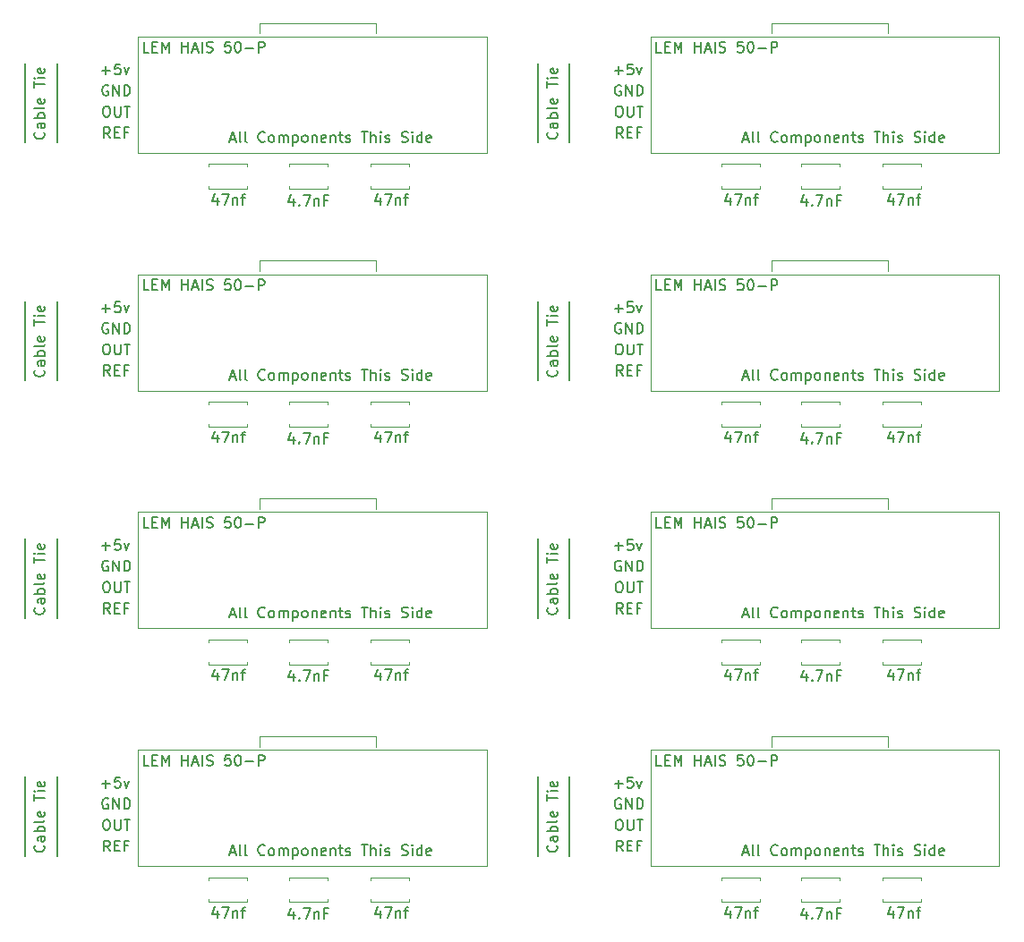
<source format=gto>
G04 #@! TF.GenerationSoftware,KiCad,Pcbnew,(6.0.0)*
G04 #@! TF.CreationDate,2022-01-04T13:58:26+00:00*
G04 #@! TF.ProjectId,Panelized,50616e65-6c69-47a6-9564-2e6b69636164,rev?*
G04 #@! TF.SameCoordinates,Original*
G04 #@! TF.FileFunction,Legend,Top*
G04 #@! TF.FilePolarity,Positive*
%FSLAX46Y46*%
G04 Gerber Fmt 4.6, Leading zero omitted, Abs format (unit mm)*
G04 Created by KiCad (PCBNEW (6.0.0)) date 2022-01-04 13:58:26*
%MOMM*%
%LPD*%
G01*
G04 APERTURE LIST*
%ADD10C,0.150000*%
%ADD11C,0.200000*%
%ADD12C,0.120000*%
G04 APERTURE END LIST*
D10*
X80250010Y-121150048D02*
X80250010Y-113650048D01*
X77250010Y-121150048D02*
X77250010Y-113650048D01*
X77250010Y-98650029D02*
X77250010Y-91150029D01*
X31749990Y-76150010D02*
X31749990Y-68650010D01*
X31749990Y-53649991D02*
X31749990Y-46149991D01*
X28749990Y-121150048D02*
X28749990Y-113650048D01*
X80250010Y-98650029D02*
X80250010Y-91150029D01*
X80250010Y-53649991D02*
X80250010Y-46149991D01*
X28749990Y-53649991D02*
X28749990Y-46149991D01*
X28749990Y-76150010D02*
X28749990Y-68650010D01*
X77250010Y-53649991D02*
X77250010Y-46149991D01*
X77250010Y-76150010D02*
X77250010Y-68650010D01*
X80250010Y-76150010D02*
X80250010Y-68650010D01*
X31749990Y-121150048D02*
X31749990Y-113650048D01*
X31749990Y-98650029D02*
X31749990Y-91150029D01*
X28749990Y-98650029D02*
X28749990Y-91150029D01*
X84850010Y-95202409D02*
X85040486Y-95202409D01*
X85135724Y-95250029D01*
X85230962Y-95345267D01*
X85278581Y-95535743D01*
X85278581Y-95869076D01*
X85230962Y-96059552D01*
X85135724Y-96154790D01*
X85040486Y-96202409D01*
X84850010Y-96202409D01*
X84754771Y-96154790D01*
X84659533Y-96059552D01*
X84611914Y-95869076D01*
X84611914Y-95535743D01*
X84659533Y-95345267D01*
X84754771Y-95250029D01*
X84850010Y-95202409D01*
X85707152Y-95202409D02*
X85707152Y-96011933D01*
X85754771Y-96107171D01*
X85802390Y-96154790D01*
X85897629Y-96202409D01*
X86088105Y-96202409D01*
X86183343Y-96154790D01*
X86230962Y-96107171D01*
X86278581Y-96011933D01*
X86278581Y-95202409D01*
X86611914Y-95202409D02*
X87183343Y-95202409D01*
X86897629Y-96202409D02*
X86897629Y-95202409D01*
X36011894Y-114321476D02*
X36773799Y-114321476D01*
X36392847Y-114702428D02*
X36392847Y-113940524D01*
X37726180Y-113702428D02*
X37249990Y-113702428D01*
X37202370Y-114178619D01*
X37249990Y-114131000D01*
X37345228Y-114083381D01*
X37583323Y-114083381D01*
X37678561Y-114131000D01*
X37726180Y-114178619D01*
X37773799Y-114273857D01*
X37773799Y-114511952D01*
X37726180Y-114607190D01*
X37678561Y-114654809D01*
X37583323Y-114702428D01*
X37345228Y-114702428D01*
X37249990Y-114654809D01*
X37202370Y-114607190D01*
X38107132Y-114035762D02*
X38345228Y-114702428D01*
X38583323Y-114035762D01*
X85088105Y-93250029D02*
X84992867Y-93202409D01*
X84850010Y-93202409D01*
X84707152Y-93250029D01*
X84611914Y-93345267D01*
X84564295Y-93440505D01*
X84516676Y-93630981D01*
X84516676Y-93773838D01*
X84564295Y-93964314D01*
X84611914Y-94059552D01*
X84707152Y-94154790D01*
X84850010Y-94202409D01*
X84945248Y-94202409D01*
X85088105Y-94154790D01*
X85135724Y-94107171D01*
X85135724Y-93773838D01*
X84945248Y-93773838D01*
X85564295Y-94202409D02*
X85564295Y-93202409D01*
X86135724Y-94202409D01*
X86135724Y-93202409D01*
X86611914Y-94202409D02*
X86611914Y-93202409D01*
X86850010Y-93202409D01*
X86992867Y-93250029D01*
X87088105Y-93345267D01*
X87135724Y-93440505D01*
X87183343Y-93630981D01*
X87183343Y-93773838D01*
X87135724Y-93964314D01*
X87088105Y-94059552D01*
X86992867Y-94154790D01*
X86850010Y-94202409D01*
X86611914Y-94202409D01*
X36778561Y-120702428D02*
X36445228Y-120226238D01*
X36207132Y-120702428D02*
X36207132Y-119702428D01*
X36588085Y-119702428D01*
X36683323Y-119750048D01*
X36730942Y-119797667D01*
X36778561Y-119892905D01*
X36778561Y-120035762D01*
X36730942Y-120131000D01*
X36683323Y-120178619D01*
X36588085Y-120226238D01*
X36207132Y-120226238D01*
X37207132Y-120178619D02*
X37540466Y-120178619D01*
X37683323Y-120702428D02*
X37207132Y-120702428D01*
X37207132Y-119702428D01*
X37683323Y-119702428D01*
X38445228Y-120178619D02*
X38111894Y-120178619D01*
X38111894Y-120702428D02*
X38111894Y-119702428D01*
X38588085Y-119702428D01*
X48126180Y-120816714D02*
X48602370Y-120816714D01*
X48030942Y-121102428D02*
X48364275Y-120102428D01*
X48697609Y-121102428D01*
X49173799Y-121102428D02*
X49078561Y-121054809D01*
X49030942Y-120959571D01*
X49030942Y-120102428D01*
X49697609Y-121102428D02*
X49602370Y-121054809D01*
X49554751Y-120959571D01*
X49554751Y-120102428D01*
X51411894Y-121007190D02*
X51364275Y-121054809D01*
X51221418Y-121102428D01*
X51126180Y-121102428D01*
X50983323Y-121054809D01*
X50888085Y-120959571D01*
X50840466Y-120864333D01*
X50792847Y-120673857D01*
X50792847Y-120531000D01*
X50840466Y-120340524D01*
X50888085Y-120245286D01*
X50983323Y-120150048D01*
X51126180Y-120102428D01*
X51221418Y-120102428D01*
X51364275Y-120150048D01*
X51411894Y-120197667D01*
X51983323Y-121102428D02*
X51888085Y-121054809D01*
X51840466Y-121007190D01*
X51792847Y-120911952D01*
X51792847Y-120626238D01*
X51840466Y-120531000D01*
X51888085Y-120483381D01*
X51983323Y-120435762D01*
X52126180Y-120435762D01*
X52221418Y-120483381D01*
X52269037Y-120531000D01*
X52316656Y-120626238D01*
X52316656Y-120911952D01*
X52269037Y-121007190D01*
X52221418Y-121054809D01*
X52126180Y-121102428D01*
X51983323Y-121102428D01*
X52745228Y-121102428D02*
X52745228Y-120435762D01*
X52745228Y-120531000D02*
X52792847Y-120483381D01*
X52888085Y-120435762D01*
X53030942Y-120435762D01*
X53126180Y-120483381D01*
X53173799Y-120578619D01*
X53173799Y-121102428D01*
X53173799Y-120578619D02*
X53221418Y-120483381D01*
X53316656Y-120435762D01*
X53459513Y-120435762D01*
X53554751Y-120483381D01*
X53602370Y-120578619D01*
X53602370Y-121102428D01*
X54078561Y-120435762D02*
X54078561Y-121435762D01*
X54078561Y-120483381D02*
X54173799Y-120435762D01*
X54364275Y-120435762D01*
X54459513Y-120483381D01*
X54507132Y-120531000D01*
X54554751Y-120626238D01*
X54554751Y-120911952D01*
X54507132Y-121007190D01*
X54459513Y-121054809D01*
X54364275Y-121102428D01*
X54173799Y-121102428D01*
X54078561Y-121054809D01*
X55126180Y-121102428D02*
X55030942Y-121054809D01*
X54983323Y-121007190D01*
X54935704Y-120911952D01*
X54935704Y-120626238D01*
X54983323Y-120531000D01*
X55030942Y-120483381D01*
X55126180Y-120435762D01*
X55269037Y-120435762D01*
X55364275Y-120483381D01*
X55411894Y-120531000D01*
X55459513Y-120626238D01*
X55459513Y-120911952D01*
X55411894Y-121007190D01*
X55364275Y-121054809D01*
X55269037Y-121102428D01*
X55126180Y-121102428D01*
X55888085Y-120435762D02*
X55888085Y-121102428D01*
X55888085Y-120531000D02*
X55935704Y-120483381D01*
X56030942Y-120435762D01*
X56173799Y-120435762D01*
X56269037Y-120483381D01*
X56316656Y-120578619D01*
X56316656Y-121102428D01*
X57173799Y-121054809D02*
X57078561Y-121102428D01*
X56888085Y-121102428D01*
X56792847Y-121054809D01*
X56745228Y-120959571D01*
X56745228Y-120578619D01*
X56792847Y-120483381D01*
X56888085Y-120435762D01*
X57078561Y-120435762D01*
X57173799Y-120483381D01*
X57221418Y-120578619D01*
X57221418Y-120673857D01*
X56745228Y-120769095D01*
X57649990Y-120435762D02*
X57649990Y-121102428D01*
X57649990Y-120531000D02*
X57697609Y-120483381D01*
X57792847Y-120435762D01*
X57935704Y-120435762D01*
X58030942Y-120483381D01*
X58078561Y-120578619D01*
X58078561Y-121102428D01*
X58411894Y-120435762D02*
X58792847Y-120435762D01*
X58554751Y-120102428D02*
X58554751Y-120959571D01*
X58602370Y-121054809D01*
X58697609Y-121102428D01*
X58792847Y-121102428D01*
X59078561Y-121054809D02*
X59173799Y-121102428D01*
X59364275Y-121102428D01*
X59459513Y-121054809D01*
X59507132Y-120959571D01*
X59507132Y-120911952D01*
X59459513Y-120816714D01*
X59364275Y-120769095D01*
X59221418Y-120769095D01*
X59126180Y-120721476D01*
X59078561Y-120626238D01*
X59078561Y-120578619D01*
X59126180Y-120483381D01*
X59221418Y-120435762D01*
X59364275Y-120435762D01*
X59459513Y-120483381D01*
X60554751Y-120102428D02*
X61126180Y-120102428D01*
X60840466Y-121102428D02*
X60840466Y-120102428D01*
X61459513Y-121102428D02*
X61459513Y-120102428D01*
X61888085Y-121102428D02*
X61888085Y-120578619D01*
X61840466Y-120483381D01*
X61745228Y-120435762D01*
X61602370Y-120435762D01*
X61507132Y-120483381D01*
X61459513Y-120531000D01*
X62364275Y-121102428D02*
X62364275Y-120435762D01*
X62364275Y-120102428D02*
X62316656Y-120150048D01*
X62364275Y-120197667D01*
X62411894Y-120150048D01*
X62364275Y-120102428D01*
X62364275Y-120197667D01*
X62792847Y-121054809D02*
X62888085Y-121102428D01*
X63078561Y-121102428D01*
X63173799Y-121054809D01*
X63221418Y-120959571D01*
X63221418Y-120911952D01*
X63173799Y-120816714D01*
X63078561Y-120769095D01*
X62935704Y-120769095D01*
X62840466Y-120721476D01*
X62792847Y-120626238D01*
X62792847Y-120578619D01*
X62840466Y-120483381D01*
X62935704Y-120435762D01*
X63078561Y-120435762D01*
X63173799Y-120483381D01*
X64364275Y-121054809D02*
X64507132Y-121102428D01*
X64745228Y-121102428D01*
X64840466Y-121054809D01*
X64888085Y-121007190D01*
X64935704Y-120911952D01*
X64935704Y-120816714D01*
X64888085Y-120721476D01*
X64840466Y-120673857D01*
X64745228Y-120626238D01*
X64554751Y-120578619D01*
X64459513Y-120531000D01*
X64411894Y-120483381D01*
X64364275Y-120388143D01*
X64364275Y-120292905D01*
X64411894Y-120197667D01*
X64459513Y-120150048D01*
X64554751Y-120102428D01*
X64792847Y-120102428D01*
X64935704Y-120150048D01*
X65364275Y-121102428D02*
X65364275Y-120435762D01*
X65364275Y-120102428D02*
X65316656Y-120150048D01*
X65364275Y-120197667D01*
X65411894Y-120150048D01*
X65364275Y-120102428D01*
X65364275Y-120197667D01*
X66269037Y-121102428D02*
X66269037Y-120102428D01*
X66269037Y-121054809D02*
X66173799Y-121102428D01*
X65983323Y-121102428D01*
X65888085Y-121054809D01*
X65840466Y-121007190D01*
X65792847Y-120911952D01*
X65792847Y-120626238D01*
X65840466Y-120531000D01*
X65888085Y-120483381D01*
X65983323Y-120435762D01*
X66173799Y-120435762D01*
X66269037Y-120483381D01*
X67126180Y-121054809D02*
X67030942Y-121102428D01*
X66840466Y-121102428D01*
X66745228Y-121054809D01*
X66697609Y-120959571D01*
X66697609Y-120578619D01*
X66745228Y-120483381D01*
X66840466Y-120435762D01*
X67030942Y-120435762D01*
X67126180Y-120483381D01*
X67173799Y-120578619D01*
X67173799Y-120673857D01*
X66697609Y-120769095D01*
D11*
X30507132Y-120164333D02*
X30554751Y-120211952D01*
X30602370Y-120354809D01*
X30602370Y-120450048D01*
X30554751Y-120592905D01*
X30459513Y-120688143D01*
X30364275Y-120735762D01*
X30173799Y-120783381D01*
X30030942Y-120783381D01*
X29840466Y-120735762D01*
X29745228Y-120688143D01*
X29649990Y-120592905D01*
X29602370Y-120450048D01*
X29602370Y-120354809D01*
X29649990Y-120211952D01*
X29697609Y-120164333D01*
X30602370Y-119307190D02*
X30078561Y-119307190D01*
X29983323Y-119354809D01*
X29935704Y-119450048D01*
X29935704Y-119640524D01*
X29983323Y-119735762D01*
X30554751Y-119307190D02*
X30602370Y-119402428D01*
X30602370Y-119640524D01*
X30554751Y-119735762D01*
X30459513Y-119783381D01*
X30364275Y-119783381D01*
X30269037Y-119735762D01*
X30221418Y-119640524D01*
X30221418Y-119402428D01*
X30173799Y-119307190D01*
X30602370Y-118831000D02*
X29602370Y-118831000D01*
X29983323Y-118831000D02*
X29935704Y-118735762D01*
X29935704Y-118545286D01*
X29983323Y-118450048D01*
X30030942Y-118402428D01*
X30126180Y-118354809D01*
X30411894Y-118354809D01*
X30507132Y-118402428D01*
X30554751Y-118450048D01*
X30602370Y-118545286D01*
X30602370Y-118735762D01*
X30554751Y-118831000D01*
X30602370Y-117783381D02*
X30554751Y-117878619D01*
X30459513Y-117926238D01*
X29602370Y-117926238D01*
X30554751Y-117021476D02*
X30602370Y-117116714D01*
X30602370Y-117307190D01*
X30554751Y-117402428D01*
X30459513Y-117450048D01*
X30078561Y-117450048D01*
X29983323Y-117402428D01*
X29935704Y-117307190D01*
X29935704Y-117116714D01*
X29983323Y-117021476D01*
X30078561Y-116973857D01*
X30173799Y-116973857D01*
X30269037Y-117450048D01*
X29602370Y-115926238D02*
X29602370Y-115354809D01*
X30602370Y-115640524D02*
X29602370Y-115640524D01*
X30602370Y-115021476D02*
X29935704Y-115021476D01*
X29602370Y-115021476D02*
X29649990Y-115069095D01*
X29697609Y-115021476D01*
X29649990Y-114973857D01*
X29602370Y-115021476D01*
X29697609Y-115021476D01*
X30554751Y-114164333D02*
X30602370Y-114259571D01*
X30602370Y-114450048D01*
X30554751Y-114545286D01*
X30459513Y-114592905D01*
X30078561Y-114592905D01*
X29983323Y-114545286D01*
X29935704Y-114450048D01*
X29935704Y-114259571D01*
X29983323Y-114164333D01*
X30078561Y-114116714D01*
X30173799Y-114116714D01*
X30269037Y-114592905D01*
D10*
X36588085Y-93250029D02*
X36492847Y-93202409D01*
X36349990Y-93202409D01*
X36207132Y-93250029D01*
X36111894Y-93345267D01*
X36064275Y-93440505D01*
X36016656Y-93630981D01*
X36016656Y-93773838D01*
X36064275Y-93964314D01*
X36111894Y-94059552D01*
X36207132Y-94154790D01*
X36349990Y-94202409D01*
X36445228Y-94202409D01*
X36588085Y-94154790D01*
X36635704Y-94107171D01*
X36635704Y-93773838D01*
X36445228Y-93773838D01*
X37064275Y-94202409D02*
X37064275Y-93202409D01*
X37635704Y-94202409D01*
X37635704Y-93202409D01*
X38111894Y-94202409D02*
X38111894Y-93202409D01*
X38349990Y-93202409D01*
X38492847Y-93250029D01*
X38588085Y-93345267D01*
X38635704Y-93440505D01*
X38683323Y-93630981D01*
X38683323Y-93773838D01*
X38635704Y-93964314D01*
X38588085Y-94059552D01*
X38492847Y-94154790D01*
X38349990Y-94202409D01*
X38111894Y-94202409D01*
X36588085Y-115750048D02*
X36492847Y-115702428D01*
X36349990Y-115702428D01*
X36207132Y-115750048D01*
X36111894Y-115845286D01*
X36064275Y-115940524D01*
X36016656Y-116131000D01*
X36016656Y-116273857D01*
X36064275Y-116464333D01*
X36111894Y-116559571D01*
X36207132Y-116654809D01*
X36349990Y-116702428D01*
X36445228Y-116702428D01*
X36588085Y-116654809D01*
X36635704Y-116607190D01*
X36635704Y-116273857D01*
X36445228Y-116273857D01*
X37064275Y-116702428D02*
X37064275Y-115702428D01*
X37635704Y-116702428D01*
X37635704Y-115702428D01*
X38111894Y-116702428D02*
X38111894Y-115702428D01*
X38349990Y-115702428D01*
X38492847Y-115750048D01*
X38588085Y-115845286D01*
X38635704Y-115940524D01*
X38683323Y-116131000D01*
X38683323Y-116273857D01*
X38635704Y-116464333D01*
X38588085Y-116559571D01*
X38492847Y-116654809D01*
X38349990Y-116702428D01*
X38111894Y-116702428D01*
X36011894Y-69321438D02*
X36773799Y-69321438D01*
X36392847Y-69702390D02*
X36392847Y-68940486D01*
X37726180Y-68702390D02*
X37249990Y-68702390D01*
X37202370Y-69178581D01*
X37249990Y-69130962D01*
X37345228Y-69083343D01*
X37583323Y-69083343D01*
X37678561Y-69130962D01*
X37726180Y-69178581D01*
X37773799Y-69273819D01*
X37773799Y-69511914D01*
X37726180Y-69607152D01*
X37678561Y-69654771D01*
X37583323Y-69702390D01*
X37345228Y-69702390D01*
X37249990Y-69654771D01*
X37202370Y-69607152D01*
X38107132Y-69035724D02*
X38345228Y-69702390D01*
X38583323Y-69035724D01*
X36588085Y-48249991D02*
X36492847Y-48202371D01*
X36349990Y-48202371D01*
X36207132Y-48249991D01*
X36111894Y-48345229D01*
X36064275Y-48440467D01*
X36016656Y-48630943D01*
X36016656Y-48773800D01*
X36064275Y-48964276D01*
X36111894Y-49059514D01*
X36207132Y-49154752D01*
X36349990Y-49202371D01*
X36445228Y-49202371D01*
X36588085Y-49154752D01*
X36635704Y-49107133D01*
X36635704Y-48773800D01*
X36445228Y-48773800D01*
X37064275Y-49202371D02*
X37064275Y-48202371D01*
X37635704Y-49202371D01*
X37635704Y-48202371D01*
X38111894Y-49202371D02*
X38111894Y-48202371D01*
X38349990Y-48202371D01*
X38492847Y-48249991D01*
X38588085Y-48345229D01*
X38635704Y-48440467D01*
X38683323Y-48630943D01*
X38683323Y-48773800D01*
X38635704Y-48964276D01*
X38588085Y-49059514D01*
X38492847Y-49154752D01*
X38349990Y-49202371D01*
X38111894Y-49202371D01*
X36349990Y-50202371D02*
X36540466Y-50202371D01*
X36635704Y-50249991D01*
X36730942Y-50345229D01*
X36778561Y-50535705D01*
X36778561Y-50869038D01*
X36730942Y-51059514D01*
X36635704Y-51154752D01*
X36540466Y-51202371D01*
X36349990Y-51202371D01*
X36254751Y-51154752D01*
X36159513Y-51059514D01*
X36111894Y-50869038D01*
X36111894Y-50535705D01*
X36159513Y-50345229D01*
X36254751Y-50249991D01*
X36349990Y-50202371D01*
X37207132Y-50202371D02*
X37207132Y-51011895D01*
X37254751Y-51107133D01*
X37302370Y-51154752D01*
X37397609Y-51202371D01*
X37588085Y-51202371D01*
X37683323Y-51154752D01*
X37730942Y-51107133D01*
X37778561Y-51011895D01*
X37778561Y-50202371D01*
X38111894Y-50202371D02*
X38683323Y-50202371D01*
X38397609Y-51202371D02*
X38397609Y-50202371D01*
X84850010Y-72702390D02*
X85040486Y-72702390D01*
X85135724Y-72750010D01*
X85230962Y-72845248D01*
X85278581Y-73035724D01*
X85278581Y-73369057D01*
X85230962Y-73559533D01*
X85135724Y-73654771D01*
X85040486Y-73702390D01*
X84850010Y-73702390D01*
X84754771Y-73654771D01*
X84659533Y-73559533D01*
X84611914Y-73369057D01*
X84611914Y-73035724D01*
X84659533Y-72845248D01*
X84754771Y-72750010D01*
X84850010Y-72702390D01*
X85707152Y-72702390D02*
X85707152Y-73511914D01*
X85754771Y-73607152D01*
X85802390Y-73654771D01*
X85897629Y-73702390D01*
X86088105Y-73702390D01*
X86183343Y-73654771D01*
X86230962Y-73607152D01*
X86278581Y-73511914D01*
X86278581Y-72702390D01*
X86611914Y-72702390D02*
X87183343Y-72702390D01*
X86897629Y-73702390D02*
X86897629Y-72702390D01*
X48126180Y-75816676D02*
X48602370Y-75816676D01*
X48030942Y-76102390D02*
X48364275Y-75102390D01*
X48697609Y-76102390D01*
X49173799Y-76102390D02*
X49078561Y-76054771D01*
X49030942Y-75959533D01*
X49030942Y-75102390D01*
X49697609Y-76102390D02*
X49602370Y-76054771D01*
X49554751Y-75959533D01*
X49554751Y-75102390D01*
X51411894Y-76007152D02*
X51364275Y-76054771D01*
X51221418Y-76102390D01*
X51126180Y-76102390D01*
X50983323Y-76054771D01*
X50888085Y-75959533D01*
X50840466Y-75864295D01*
X50792847Y-75673819D01*
X50792847Y-75530962D01*
X50840466Y-75340486D01*
X50888085Y-75245248D01*
X50983323Y-75150010D01*
X51126180Y-75102390D01*
X51221418Y-75102390D01*
X51364275Y-75150010D01*
X51411894Y-75197629D01*
X51983323Y-76102390D02*
X51888085Y-76054771D01*
X51840466Y-76007152D01*
X51792847Y-75911914D01*
X51792847Y-75626200D01*
X51840466Y-75530962D01*
X51888085Y-75483343D01*
X51983323Y-75435724D01*
X52126180Y-75435724D01*
X52221418Y-75483343D01*
X52269037Y-75530962D01*
X52316656Y-75626200D01*
X52316656Y-75911914D01*
X52269037Y-76007152D01*
X52221418Y-76054771D01*
X52126180Y-76102390D01*
X51983323Y-76102390D01*
X52745228Y-76102390D02*
X52745228Y-75435724D01*
X52745228Y-75530962D02*
X52792847Y-75483343D01*
X52888085Y-75435724D01*
X53030942Y-75435724D01*
X53126180Y-75483343D01*
X53173799Y-75578581D01*
X53173799Y-76102390D01*
X53173799Y-75578581D02*
X53221418Y-75483343D01*
X53316656Y-75435724D01*
X53459513Y-75435724D01*
X53554751Y-75483343D01*
X53602370Y-75578581D01*
X53602370Y-76102390D01*
X54078561Y-75435724D02*
X54078561Y-76435724D01*
X54078561Y-75483343D02*
X54173799Y-75435724D01*
X54364275Y-75435724D01*
X54459513Y-75483343D01*
X54507132Y-75530962D01*
X54554751Y-75626200D01*
X54554751Y-75911914D01*
X54507132Y-76007152D01*
X54459513Y-76054771D01*
X54364275Y-76102390D01*
X54173799Y-76102390D01*
X54078561Y-76054771D01*
X55126180Y-76102390D02*
X55030942Y-76054771D01*
X54983323Y-76007152D01*
X54935704Y-75911914D01*
X54935704Y-75626200D01*
X54983323Y-75530962D01*
X55030942Y-75483343D01*
X55126180Y-75435724D01*
X55269037Y-75435724D01*
X55364275Y-75483343D01*
X55411894Y-75530962D01*
X55459513Y-75626200D01*
X55459513Y-75911914D01*
X55411894Y-76007152D01*
X55364275Y-76054771D01*
X55269037Y-76102390D01*
X55126180Y-76102390D01*
X55888085Y-75435724D02*
X55888085Y-76102390D01*
X55888085Y-75530962D02*
X55935704Y-75483343D01*
X56030942Y-75435724D01*
X56173799Y-75435724D01*
X56269037Y-75483343D01*
X56316656Y-75578581D01*
X56316656Y-76102390D01*
X57173799Y-76054771D02*
X57078561Y-76102390D01*
X56888085Y-76102390D01*
X56792847Y-76054771D01*
X56745228Y-75959533D01*
X56745228Y-75578581D01*
X56792847Y-75483343D01*
X56888085Y-75435724D01*
X57078561Y-75435724D01*
X57173799Y-75483343D01*
X57221418Y-75578581D01*
X57221418Y-75673819D01*
X56745228Y-75769057D01*
X57649990Y-75435724D02*
X57649990Y-76102390D01*
X57649990Y-75530962D02*
X57697609Y-75483343D01*
X57792847Y-75435724D01*
X57935704Y-75435724D01*
X58030942Y-75483343D01*
X58078561Y-75578581D01*
X58078561Y-76102390D01*
X58411894Y-75435724D02*
X58792847Y-75435724D01*
X58554751Y-75102390D02*
X58554751Y-75959533D01*
X58602370Y-76054771D01*
X58697609Y-76102390D01*
X58792847Y-76102390D01*
X59078561Y-76054771D02*
X59173799Y-76102390D01*
X59364275Y-76102390D01*
X59459513Y-76054771D01*
X59507132Y-75959533D01*
X59507132Y-75911914D01*
X59459513Y-75816676D01*
X59364275Y-75769057D01*
X59221418Y-75769057D01*
X59126180Y-75721438D01*
X59078561Y-75626200D01*
X59078561Y-75578581D01*
X59126180Y-75483343D01*
X59221418Y-75435724D01*
X59364275Y-75435724D01*
X59459513Y-75483343D01*
X60554751Y-75102390D02*
X61126180Y-75102390D01*
X60840466Y-76102390D02*
X60840466Y-75102390D01*
X61459513Y-76102390D02*
X61459513Y-75102390D01*
X61888085Y-76102390D02*
X61888085Y-75578581D01*
X61840466Y-75483343D01*
X61745228Y-75435724D01*
X61602370Y-75435724D01*
X61507132Y-75483343D01*
X61459513Y-75530962D01*
X62364275Y-76102390D02*
X62364275Y-75435724D01*
X62364275Y-75102390D02*
X62316656Y-75150010D01*
X62364275Y-75197629D01*
X62411894Y-75150010D01*
X62364275Y-75102390D01*
X62364275Y-75197629D01*
X62792847Y-76054771D02*
X62888085Y-76102390D01*
X63078561Y-76102390D01*
X63173799Y-76054771D01*
X63221418Y-75959533D01*
X63221418Y-75911914D01*
X63173799Y-75816676D01*
X63078561Y-75769057D01*
X62935704Y-75769057D01*
X62840466Y-75721438D01*
X62792847Y-75626200D01*
X62792847Y-75578581D01*
X62840466Y-75483343D01*
X62935704Y-75435724D01*
X63078561Y-75435724D01*
X63173799Y-75483343D01*
X64364275Y-76054771D02*
X64507132Y-76102390D01*
X64745228Y-76102390D01*
X64840466Y-76054771D01*
X64888085Y-76007152D01*
X64935704Y-75911914D01*
X64935704Y-75816676D01*
X64888085Y-75721438D01*
X64840466Y-75673819D01*
X64745228Y-75626200D01*
X64554751Y-75578581D01*
X64459513Y-75530962D01*
X64411894Y-75483343D01*
X64364275Y-75388105D01*
X64364275Y-75292867D01*
X64411894Y-75197629D01*
X64459513Y-75150010D01*
X64554751Y-75102390D01*
X64792847Y-75102390D01*
X64935704Y-75150010D01*
X65364275Y-76102390D02*
X65364275Y-75435724D01*
X65364275Y-75102390D02*
X65316656Y-75150010D01*
X65364275Y-75197629D01*
X65411894Y-75150010D01*
X65364275Y-75102390D01*
X65364275Y-75197629D01*
X66269037Y-76102390D02*
X66269037Y-75102390D01*
X66269037Y-76054771D02*
X66173799Y-76102390D01*
X65983323Y-76102390D01*
X65888085Y-76054771D01*
X65840466Y-76007152D01*
X65792847Y-75911914D01*
X65792847Y-75626200D01*
X65840466Y-75530962D01*
X65888085Y-75483343D01*
X65983323Y-75435724D01*
X66173799Y-75435724D01*
X66269037Y-75483343D01*
X67126180Y-76054771D02*
X67030942Y-76102390D01*
X66840466Y-76102390D01*
X66745228Y-76054771D01*
X66697609Y-75959533D01*
X66697609Y-75578581D01*
X66745228Y-75483343D01*
X66840466Y-75435724D01*
X67030942Y-75435724D01*
X67126180Y-75483343D01*
X67173799Y-75578581D01*
X67173799Y-75673819D01*
X66697609Y-75769057D01*
D11*
X79007152Y-75164295D02*
X79054771Y-75211914D01*
X79102390Y-75354771D01*
X79102390Y-75450010D01*
X79054771Y-75592867D01*
X78959533Y-75688105D01*
X78864295Y-75735724D01*
X78673819Y-75783343D01*
X78530962Y-75783343D01*
X78340486Y-75735724D01*
X78245248Y-75688105D01*
X78150010Y-75592867D01*
X78102390Y-75450010D01*
X78102390Y-75354771D01*
X78150010Y-75211914D01*
X78197629Y-75164295D01*
X79102390Y-74307152D02*
X78578581Y-74307152D01*
X78483343Y-74354771D01*
X78435724Y-74450010D01*
X78435724Y-74640486D01*
X78483343Y-74735724D01*
X79054771Y-74307152D02*
X79102390Y-74402390D01*
X79102390Y-74640486D01*
X79054771Y-74735724D01*
X78959533Y-74783343D01*
X78864295Y-74783343D01*
X78769057Y-74735724D01*
X78721438Y-74640486D01*
X78721438Y-74402390D01*
X78673819Y-74307152D01*
X79102390Y-73830962D02*
X78102390Y-73830962D01*
X78483343Y-73830962D02*
X78435724Y-73735724D01*
X78435724Y-73545248D01*
X78483343Y-73450010D01*
X78530962Y-73402390D01*
X78626200Y-73354771D01*
X78911914Y-73354771D01*
X79007152Y-73402390D01*
X79054771Y-73450010D01*
X79102390Y-73545248D01*
X79102390Y-73735724D01*
X79054771Y-73830962D01*
X79102390Y-72783343D02*
X79054771Y-72878581D01*
X78959533Y-72926200D01*
X78102390Y-72926200D01*
X79054771Y-72021438D02*
X79102390Y-72116676D01*
X79102390Y-72307152D01*
X79054771Y-72402390D01*
X78959533Y-72450010D01*
X78578581Y-72450010D01*
X78483343Y-72402390D01*
X78435724Y-72307152D01*
X78435724Y-72116676D01*
X78483343Y-72021438D01*
X78578581Y-71973819D01*
X78673819Y-71973819D01*
X78769057Y-72450010D01*
X78102390Y-70926200D02*
X78102390Y-70354771D01*
X79102390Y-70640486D02*
X78102390Y-70640486D01*
X79102390Y-70021438D02*
X78435724Y-70021438D01*
X78102390Y-70021438D02*
X78150010Y-70069057D01*
X78197629Y-70021438D01*
X78150010Y-69973819D01*
X78102390Y-70021438D01*
X78197629Y-70021438D01*
X79054771Y-69164295D02*
X79102390Y-69259533D01*
X79102390Y-69450010D01*
X79054771Y-69545248D01*
X78959533Y-69592867D01*
X78578581Y-69592867D01*
X78483343Y-69545248D01*
X78435724Y-69450010D01*
X78435724Y-69259533D01*
X78483343Y-69164295D01*
X78578581Y-69116676D01*
X78673819Y-69116676D01*
X78769057Y-69592867D01*
D10*
X36349990Y-95202409D02*
X36540466Y-95202409D01*
X36635704Y-95250029D01*
X36730942Y-95345267D01*
X36778561Y-95535743D01*
X36778561Y-95869076D01*
X36730942Y-96059552D01*
X36635704Y-96154790D01*
X36540466Y-96202409D01*
X36349990Y-96202409D01*
X36254751Y-96154790D01*
X36159513Y-96059552D01*
X36111894Y-95869076D01*
X36111894Y-95535743D01*
X36159513Y-95345267D01*
X36254751Y-95250029D01*
X36349990Y-95202409D01*
X37207132Y-95202409D02*
X37207132Y-96011933D01*
X37254751Y-96107171D01*
X37302370Y-96154790D01*
X37397609Y-96202409D01*
X37588085Y-96202409D01*
X37683323Y-96154790D01*
X37730942Y-96107171D01*
X37778561Y-96011933D01*
X37778561Y-95202409D01*
X38111894Y-95202409D02*
X38683323Y-95202409D01*
X38397609Y-96202409D02*
X38397609Y-95202409D01*
X40435704Y-45102371D02*
X39959513Y-45102371D01*
X39959513Y-44102371D01*
X40769037Y-44578562D02*
X41102370Y-44578562D01*
X41245228Y-45102371D02*
X40769037Y-45102371D01*
X40769037Y-44102371D01*
X41245228Y-44102371D01*
X41673799Y-45102371D02*
X41673799Y-44102371D01*
X42007132Y-44816657D01*
X42340466Y-44102371D01*
X42340466Y-45102371D01*
X43578561Y-45102371D02*
X43578561Y-44102371D01*
X43578561Y-44578562D02*
X44149989Y-44578562D01*
X44149989Y-45102371D02*
X44149989Y-44102371D01*
X44578561Y-44816657D02*
X45054751Y-44816657D01*
X44483323Y-45102371D02*
X44816656Y-44102371D01*
X45149989Y-45102371D01*
X45483323Y-45102371D02*
X45483323Y-44102371D01*
X45911894Y-45054752D02*
X46054751Y-45102371D01*
X46292847Y-45102371D01*
X46388085Y-45054752D01*
X46435704Y-45007133D01*
X46483323Y-44911895D01*
X46483323Y-44816657D01*
X46435704Y-44721419D01*
X46388085Y-44673800D01*
X46292847Y-44626181D01*
X46102370Y-44578562D01*
X46007132Y-44530943D01*
X45959513Y-44483324D01*
X45911894Y-44388086D01*
X45911894Y-44292848D01*
X45959513Y-44197610D01*
X46007132Y-44149991D01*
X46102370Y-44102371D01*
X46340466Y-44102371D01*
X46483323Y-44149991D01*
X48149989Y-44102371D02*
X47673799Y-44102371D01*
X47626180Y-44578562D01*
X47673799Y-44530943D01*
X47769037Y-44483324D01*
X48007132Y-44483324D01*
X48102370Y-44530943D01*
X48149989Y-44578562D01*
X48197609Y-44673800D01*
X48197609Y-44911895D01*
X48149989Y-45007133D01*
X48102370Y-45054752D01*
X48007132Y-45102371D01*
X47769037Y-45102371D01*
X47673799Y-45054752D01*
X47626180Y-45007133D01*
X48816656Y-44102371D02*
X48911894Y-44102371D01*
X49007132Y-44149991D01*
X49054751Y-44197610D01*
X49102370Y-44292848D01*
X49149989Y-44483324D01*
X49149989Y-44721419D01*
X49102370Y-44911895D01*
X49054751Y-45007133D01*
X49007132Y-45054752D01*
X48911894Y-45102371D01*
X48816656Y-45102371D01*
X48721418Y-45054752D01*
X48673799Y-45007133D01*
X48626180Y-44911895D01*
X48578561Y-44721419D01*
X48578561Y-44483324D01*
X48626180Y-44292848D01*
X48673799Y-44197610D01*
X48721418Y-44149991D01*
X48816656Y-44102371D01*
X49578561Y-44721419D02*
X50340466Y-44721419D01*
X50816656Y-45102371D02*
X50816656Y-44102371D01*
X51197609Y-44102371D01*
X51292847Y-44149991D01*
X51340466Y-44197610D01*
X51388085Y-44292848D01*
X51388085Y-44435705D01*
X51340466Y-44530943D01*
X51292847Y-44578562D01*
X51197609Y-44626181D01*
X50816656Y-44626181D01*
X96626200Y-120816714D02*
X97102390Y-120816714D01*
X96530962Y-121102428D02*
X96864295Y-120102428D01*
X97197629Y-121102428D01*
X97673819Y-121102428D02*
X97578581Y-121054809D01*
X97530962Y-120959571D01*
X97530962Y-120102428D01*
X98197629Y-121102428D02*
X98102390Y-121054809D01*
X98054771Y-120959571D01*
X98054771Y-120102428D01*
X99911914Y-121007190D02*
X99864295Y-121054809D01*
X99721438Y-121102428D01*
X99626200Y-121102428D01*
X99483343Y-121054809D01*
X99388105Y-120959571D01*
X99340486Y-120864333D01*
X99292867Y-120673857D01*
X99292867Y-120531000D01*
X99340486Y-120340524D01*
X99388105Y-120245286D01*
X99483343Y-120150048D01*
X99626200Y-120102428D01*
X99721438Y-120102428D01*
X99864295Y-120150048D01*
X99911914Y-120197667D01*
X100483343Y-121102428D02*
X100388105Y-121054809D01*
X100340486Y-121007190D01*
X100292867Y-120911952D01*
X100292867Y-120626238D01*
X100340486Y-120531000D01*
X100388105Y-120483381D01*
X100483343Y-120435762D01*
X100626200Y-120435762D01*
X100721438Y-120483381D01*
X100769057Y-120531000D01*
X100816676Y-120626238D01*
X100816676Y-120911952D01*
X100769057Y-121007190D01*
X100721438Y-121054809D01*
X100626200Y-121102428D01*
X100483343Y-121102428D01*
X101245248Y-121102428D02*
X101245248Y-120435762D01*
X101245248Y-120531000D02*
X101292867Y-120483381D01*
X101388105Y-120435762D01*
X101530962Y-120435762D01*
X101626200Y-120483381D01*
X101673819Y-120578619D01*
X101673819Y-121102428D01*
X101673819Y-120578619D02*
X101721438Y-120483381D01*
X101816676Y-120435762D01*
X101959533Y-120435762D01*
X102054771Y-120483381D01*
X102102390Y-120578619D01*
X102102390Y-121102428D01*
X102578581Y-120435762D02*
X102578581Y-121435762D01*
X102578581Y-120483381D02*
X102673819Y-120435762D01*
X102864295Y-120435762D01*
X102959533Y-120483381D01*
X103007152Y-120531000D01*
X103054771Y-120626238D01*
X103054771Y-120911952D01*
X103007152Y-121007190D01*
X102959533Y-121054809D01*
X102864295Y-121102428D01*
X102673819Y-121102428D01*
X102578581Y-121054809D01*
X103626200Y-121102428D02*
X103530962Y-121054809D01*
X103483343Y-121007190D01*
X103435724Y-120911952D01*
X103435724Y-120626238D01*
X103483343Y-120531000D01*
X103530962Y-120483381D01*
X103626200Y-120435762D01*
X103769057Y-120435762D01*
X103864295Y-120483381D01*
X103911914Y-120531000D01*
X103959533Y-120626238D01*
X103959533Y-120911952D01*
X103911914Y-121007190D01*
X103864295Y-121054809D01*
X103769057Y-121102428D01*
X103626200Y-121102428D01*
X104388105Y-120435762D02*
X104388105Y-121102428D01*
X104388105Y-120531000D02*
X104435724Y-120483381D01*
X104530962Y-120435762D01*
X104673819Y-120435762D01*
X104769057Y-120483381D01*
X104816676Y-120578619D01*
X104816676Y-121102428D01*
X105673819Y-121054809D02*
X105578581Y-121102428D01*
X105388105Y-121102428D01*
X105292867Y-121054809D01*
X105245248Y-120959571D01*
X105245248Y-120578619D01*
X105292867Y-120483381D01*
X105388105Y-120435762D01*
X105578581Y-120435762D01*
X105673819Y-120483381D01*
X105721438Y-120578619D01*
X105721438Y-120673857D01*
X105245248Y-120769095D01*
X106150010Y-120435762D02*
X106150010Y-121102428D01*
X106150010Y-120531000D02*
X106197629Y-120483381D01*
X106292867Y-120435762D01*
X106435724Y-120435762D01*
X106530962Y-120483381D01*
X106578581Y-120578619D01*
X106578581Y-121102428D01*
X106911914Y-120435762D02*
X107292867Y-120435762D01*
X107054771Y-120102428D02*
X107054771Y-120959571D01*
X107102390Y-121054809D01*
X107197629Y-121102428D01*
X107292867Y-121102428D01*
X107578581Y-121054809D02*
X107673819Y-121102428D01*
X107864295Y-121102428D01*
X107959533Y-121054809D01*
X108007152Y-120959571D01*
X108007152Y-120911952D01*
X107959533Y-120816714D01*
X107864295Y-120769095D01*
X107721438Y-120769095D01*
X107626200Y-120721476D01*
X107578581Y-120626238D01*
X107578581Y-120578619D01*
X107626200Y-120483381D01*
X107721438Y-120435762D01*
X107864295Y-120435762D01*
X107959533Y-120483381D01*
X109054771Y-120102428D02*
X109626200Y-120102428D01*
X109340486Y-121102428D02*
X109340486Y-120102428D01*
X109959533Y-121102428D02*
X109959533Y-120102428D01*
X110388105Y-121102428D02*
X110388105Y-120578619D01*
X110340486Y-120483381D01*
X110245248Y-120435762D01*
X110102390Y-120435762D01*
X110007152Y-120483381D01*
X109959533Y-120531000D01*
X110864295Y-121102428D02*
X110864295Y-120435762D01*
X110864295Y-120102428D02*
X110816676Y-120150048D01*
X110864295Y-120197667D01*
X110911914Y-120150048D01*
X110864295Y-120102428D01*
X110864295Y-120197667D01*
X111292867Y-121054809D02*
X111388105Y-121102428D01*
X111578581Y-121102428D01*
X111673819Y-121054809D01*
X111721438Y-120959571D01*
X111721438Y-120911952D01*
X111673819Y-120816714D01*
X111578581Y-120769095D01*
X111435724Y-120769095D01*
X111340486Y-120721476D01*
X111292867Y-120626238D01*
X111292867Y-120578619D01*
X111340486Y-120483381D01*
X111435724Y-120435762D01*
X111578581Y-120435762D01*
X111673819Y-120483381D01*
X112864295Y-121054809D02*
X113007152Y-121102428D01*
X113245248Y-121102428D01*
X113340486Y-121054809D01*
X113388105Y-121007190D01*
X113435724Y-120911952D01*
X113435724Y-120816714D01*
X113388105Y-120721476D01*
X113340486Y-120673857D01*
X113245248Y-120626238D01*
X113054771Y-120578619D01*
X112959533Y-120531000D01*
X112911914Y-120483381D01*
X112864295Y-120388143D01*
X112864295Y-120292905D01*
X112911914Y-120197667D01*
X112959533Y-120150048D01*
X113054771Y-120102428D01*
X113292867Y-120102428D01*
X113435724Y-120150048D01*
X113864295Y-121102428D02*
X113864295Y-120435762D01*
X113864295Y-120102428D02*
X113816676Y-120150048D01*
X113864295Y-120197667D01*
X113911914Y-120150048D01*
X113864295Y-120102428D01*
X113864295Y-120197667D01*
X114769057Y-121102428D02*
X114769057Y-120102428D01*
X114769057Y-121054809D02*
X114673819Y-121102428D01*
X114483343Y-121102428D01*
X114388105Y-121054809D01*
X114340486Y-121007190D01*
X114292867Y-120911952D01*
X114292867Y-120626238D01*
X114340486Y-120531000D01*
X114388105Y-120483381D01*
X114483343Y-120435762D01*
X114673819Y-120435762D01*
X114769057Y-120483381D01*
X115626200Y-121054809D02*
X115530962Y-121102428D01*
X115340486Y-121102428D01*
X115245248Y-121054809D01*
X115197629Y-120959571D01*
X115197629Y-120578619D01*
X115245248Y-120483381D01*
X115340486Y-120435762D01*
X115530962Y-120435762D01*
X115626200Y-120483381D01*
X115673819Y-120578619D01*
X115673819Y-120673857D01*
X115197629Y-120769095D01*
X85278581Y-98202409D02*
X84945248Y-97726219D01*
X84707152Y-98202409D02*
X84707152Y-97202409D01*
X85088105Y-97202409D01*
X85183343Y-97250029D01*
X85230962Y-97297648D01*
X85278581Y-97392886D01*
X85278581Y-97535743D01*
X85230962Y-97630981D01*
X85183343Y-97678600D01*
X85088105Y-97726219D01*
X84707152Y-97726219D01*
X85707152Y-97678600D02*
X86040486Y-97678600D01*
X86183343Y-98202409D02*
X85707152Y-98202409D01*
X85707152Y-97202409D01*
X86183343Y-97202409D01*
X86945248Y-97678600D02*
X86611914Y-97678600D01*
X86611914Y-98202409D02*
X86611914Y-97202409D01*
X87088105Y-97202409D01*
X36011894Y-46821419D02*
X36773799Y-46821419D01*
X36392847Y-47202371D02*
X36392847Y-46440467D01*
X37726180Y-46202371D02*
X37249990Y-46202371D01*
X37202370Y-46678562D01*
X37249990Y-46630943D01*
X37345228Y-46583324D01*
X37583323Y-46583324D01*
X37678561Y-46630943D01*
X37726180Y-46678562D01*
X37773799Y-46773800D01*
X37773799Y-47011895D01*
X37726180Y-47107133D01*
X37678561Y-47154752D01*
X37583323Y-47202371D01*
X37345228Y-47202371D01*
X37249990Y-47154752D01*
X37202370Y-47107133D01*
X38107132Y-46535705D02*
X38345228Y-47202371D01*
X38583323Y-46535705D01*
X84511914Y-69321438D02*
X85273819Y-69321438D01*
X84892867Y-69702390D02*
X84892867Y-68940486D01*
X86226200Y-68702390D02*
X85750010Y-68702390D01*
X85702390Y-69178581D01*
X85750010Y-69130962D01*
X85845248Y-69083343D01*
X86083343Y-69083343D01*
X86178581Y-69130962D01*
X86226200Y-69178581D01*
X86273819Y-69273819D01*
X86273819Y-69511914D01*
X86226200Y-69607152D01*
X86178581Y-69654771D01*
X86083343Y-69702390D01*
X85845248Y-69702390D01*
X85750010Y-69654771D01*
X85702390Y-69607152D01*
X86607152Y-69035724D02*
X86845248Y-69702390D01*
X87083343Y-69035724D01*
X40435704Y-112602428D02*
X39959513Y-112602428D01*
X39959513Y-111602428D01*
X40769037Y-112078619D02*
X41102370Y-112078619D01*
X41245228Y-112602428D02*
X40769037Y-112602428D01*
X40769037Y-111602428D01*
X41245228Y-111602428D01*
X41673799Y-112602428D02*
X41673799Y-111602428D01*
X42007132Y-112316714D01*
X42340466Y-111602428D01*
X42340466Y-112602428D01*
X43578561Y-112602428D02*
X43578561Y-111602428D01*
X43578561Y-112078619D02*
X44149989Y-112078619D01*
X44149989Y-112602428D02*
X44149989Y-111602428D01*
X44578561Y-112316714D02*
X45054751Y-112316714D01*
X44483323Y-112602428D02*
X44816656Y-111602428D01*
X45149989Y-112602428D01*
X45483323Y-112602428D02*
X45483323Y-111602428D01*
X45911894Y-112554809D02*
X46054751Y-112602428D01*
X46292847Y-112602428D01*
X46388085Y-112554809D01*
X46435704Y-112507190D01*
X46483323Y-112411952D01*
X46483323Y-112316714D01*
X46435704Y-112221476D01*
X46388085Y-112173857D01*
X46292847Y-112126238D01*
X46102370Y-112078619D01*
X46007132Y-112031000D01*
X45959513Y-111983381D01*
X45911894Y-111888143D01*
X45911894Y-111792905D01*
X45959513Y-111697667D01*
X46007132Y-111650048D01*
X46102370Y-111602428D01*
X46340466Y-111602428D01*
X46483323Y-111650048D01*
X48149989Y-111602428D02*
X47673799Y-111602428D01*
X47626180Y-112078619D01*
X47673799Y-112031000D01*
X47769037Y-111983381D01*
X48007132Y-111983381D01*
X48102370Y-112031000D01*
X48149989Y-112078619D01*
X48197609Y-112173857D01*
X48197609Y-112411952D01*
X48149989Y-112507190D01*
X48102370Y-112554809D01*
X48007132Y-112602428D01*
X47769037Y-112602428D01*
X47673799Y-112554809D01*
X47626180Y-112507190D01*
X48816656Y-111602428D02*
X48911894Y-111602428D01*
X49007132Y-111650048D01*
X49054751Y-111697667D01*
X49102370Y-111792905D01*
X49149989Y-111983381D01*
X49149989Y-112221476D01*
X49102370Y-112411952D01*
X49054751Y-112507190D01*
X49007132Y-112554809D01*
X48911894Y-112602428D01*
X48816656Y-112602428D01*
X48721418Y-112554809D01*
X48673799Y-112507190D01*
X48626180Y-112411952D01*
X48578561Y-112221476D01*
X48578561Y-111983381D01*
X48626180Y-111792905D01*
X48673799Y-111697667D01*
X48721418Y-111650048D01*
X48816656Y-111602428D01*
X49578561Y-112221476D02*
X50340466Y-112221476D01*
X50816656Y-112602428D02*
X50816656Y-111602428D01*
X51197609Y-111602428D01*
X51292847Y-111650048D01*
X51340466Y-111697667D01*
X51388085Y-111792905D01*
X51388085Y-111935762D01*
X51340466Y-112031000D01*
X51292847Y-112078619D01*
X51197609Y-112126238D01*
X50816656Y-112126238D01*
X84850010Y-117702428D02*
X85040486Y-117702428D01*
X85135724Y-117750048D01*
X85230962Y-117845286D01*
X85278581Y-118035762D01*
X85278581Y-118369095D01*
X85230962Y-118559571D01*
X85135724Y-118654809D01*
X85040486Y-118702428D01*
X84850010Y-118702428D01*
X84754771Y-118654809D01*
X84659533Y-118559571D01*
X84611914Y-118369095D01*
X84611914Y-118035762D01*
X84659533Y-117845286D01*
X84754771Y-117750048D01*
X84850010Y-117702428D01*
X85707152Y-117702428D02*
X85707152Y-118511952D01*
X85754771Y-118607190D01*
X85802390Y-118654809D01*
X85897629Y-118702428D01*
X86088105Y-118702428D01*
X86183343Y-118654809D01*
X86230962Y-118607190D01*
X86278581Y-118511952D01*
X86278581Y-117702428D01*
X86611914Y-117702428D02*
X87183343Y-117702428D01*
X86897629Y-118702428D02*
X86897629Y-117702428D01*
X85278581Y-120702428D02*
X84945248Y-120226238D01*
X84707152Y-120702428D02*
X84707152Y-119702428D01*
X85088105Y-119702428D01*
X85183343Y-119750048D01*
X85230962Y-119797667D01*
X85278581Y-119892905D01*
X85278581Y-120035762D01*
X85230962Y-120131000D01*
X85183343Y-120178619D01*
X85088105Y-120226238D01*
X84707152Y-120226238D01*
X85707152Y-120178619D02*
X86040486Y-120178619D01*
X86183343Y-120702428D02*
X85707152Y-120702428D01*
X85707152Y-119702428D01*
X86183343Y-119702428D01*
X86945248Y-120178619D02*
X86611914Y-120178619D01*
X86611914Y-120702428D02*
X86611914Y-119702428D01*
X87088105Y-119702428D01*
X88935724Y-112602428D02*
X88459533Y-112602428D01*
X88459533Y-111602428D01*
X89269057Y-112078619D02*
X89602390Y-112078619D01*
X89745248Y-112602428D02*
X89269057Y-112602428D01*
X89269057Y-111602428D01*
X89745248Y-111602428D01*
X90173819Y-112602428D02*
X90173819Y-111602428D01*
X90507152Y-112316714D01*
X90840486Y-111602428D01*
X90840486Y-112602428D01*
X92078581Y-112602428D02*
X92078581Y-111602428D01*
X92078581Y-112078619D02*
X92650010Y-112078619D01*
X92650010Y-112602428D02*
X92650010Y-111602428D01*
X93078581Y-112316714D02*
X93554771Y-112316714D01*
X92983343Y-112602428D02*
X93316676Y-111602428D01*
X93650010Y-112602428D01*
X93983343Y-112602428D02*
X93983343Y-111602428D01*
X94411914Y-112554809D02*
X94554771Y-112602428D01*
X94792867Y-112602428D01*
X94888105Y-112554809D01*
X94935724Y-112507190D01*
X94983343Y-112411952D01*
X94983343Y-112316714D01*
X94935724Y-112221476D01*
X94888105Y-112173857D01*
X94792867Y-112126238D01*
X94602390Y-112078619D01*
X94507152Y-112031000D01*
X94459533Y-111983381D01*
X94411914Y-111888143D01*
X94411914Y-111792905D01*
X94459533Y-111697667D01*
X94507152Y-111650048D01*
X94602390Y-111602428D01*
X94840486Y-111602428D01*
X94983343Y-111650048D01*
X96650010Y-111602428D02*
X96173819Y-111602428D01*
X96126200Y-112078619D01*
X96173819Y-112031000D01*
X96269057Y-111983381D01*
X96507152Y-111983381D01*
X96602390Y-112031000D01*
X96650010Y-112078619D01*
X96697629Y-112173857D01*
X96697629Y-112411952D01*
X96650010Y-112507190D01*
X96602390Y-112554809D01*
X96507152Y-112602428D01*
X96269057Y-112602428D01*
X96173819Y-112554809D01*
X96126200Y-112507190D01*
X97316676Y-111602428D02*
X97411914Y-111602428D01*
X97507152Y-111650048D01*
X97554771Y-111697667D01*
X97602390Y-111792905D01*
X97650010Y-111983381D01*
X97650010Y-112221476D01*
X97602390Y-112411952D01*
X97554771Y-112507190D01*
X97507152Y-112554809D01*
X97411914Y-112602428D01*
X97316676Y-112602428D01*
X97221438Y-112554809D01*
X97173819Y-112507190D01*
X97126200Y-112411952D01*
X97078581Y-112221476D01*
X97078581Y-111983381D01*
X97126200Y-111792905D01*
X97173819Y-111697667D01*
X97221438Y-111650048D01*
X97316676Y-111602428D01*
X98078581Y-112221476D02*
X98840486Y-112221476D01*
X99316676Y-112602428D02*
X99316676Y-111602428D01*
X99697629Y-111602428D01*
X99792867Y-111650048D01*
X99840486Y-111697667D01*
X99888105Y-111792905D01*
X99888105Y-111935762D01*
X99840486Y-112031000D01*
X99792867Y-112078619D01*
X99697629Y-112126238D01*
X99316676Y-112126238D01*
D11*
X30507132Y-52664276D02*
X30554751Y-52711895D01*
X30602370Y-52854752D01*
X30602370Y-52949991D01*
X30554751Y-53092848D01*
X30459513Y-53188086D01*
X30364275Y-53235705D01*
X30173799Y-53283324D01*
X30030942Y-53283324D01*
X29840466Y-53235705D01*
X29745228Y-53188086D01*
X29649990Y-53092848D01*
X29602370Y-52949991D01*
X29602370Y-52854752D01*
X29649990Y-52711895D01*
X29697609Y-52664276D01*
X30602370Y-51807133D02*
X30078561Y-51807133D01*
X29983323Y-51854752D01*
X29935704Y-51949991D01*
X29935704Y-52140467D01*
X29983323Y-52235705D01*
X30554751Y-51807133D02*
X30602370Y-51902371D01*
X30602370Y-52140467D01*
X30554751Y-52235705D01*
X30459513Y-52283324D01*
X30364275Y-52283324D01*
X30269037Y-52235705D01*
X30221418Y-52140467D01*
X30221418Y-51902371D01*
X30173799Y-51807133D01*
X30602370Y-51330943D02*
X29602370Y-51330943D01*
X29983323Y-51330943D02*
X29935704Y-51235705D01*
X29935704Y-51045229D01*
X29983323Y-50949991D01*
X30030942Y-50902371D01*
X30126180Y-50854752D01*
X30411894Y-50854752D01*
X30507132Y-50902371D01*
X30554751Y-50949991D01*
X30602370Y-51045229D01*
X30602370Y-51235705D01*
X30554751Y-51330943D01*
X30602370Y-50283324D02*
X30554751Y-50378562D01*
X30459513Y-50426181D01*
X29602370Y-50426181D01*
X30554751Y-49521419D02*
X30602370Y-49616657D01*
X30602370Y-49807133D01*
X30554751Y-49902371D01*
X30459513Y-49949991D01*
X30078561Y-49949991D01*
X29983323Y-49902371D01*
X29935704Y-49807133D01*
X29935704Y-49616657D01*
X29983323Y-49521419D01*
X30078561Y-49473800D01*
X30173799Y-49473800D01*
X30269037Y-49949991D01*
X29602370Y-48426181D02*
X29602370Y-47854752D01*
X30602370Y-48140467D02*
X29602370Y-48140467D01*
X30602370Y-47521419D02*
X29935704Y-47521419D01*
X29602370Y-47521419D02*
X29649990Y-47569038D01*
X29697609Y-47521419D01*
X29649990Y-47473800D01*
X29602370Y-47521419D01*
X29697609Y-47521419D01*
X30554751Y-46664276D02*
X30602370Y-46759514D01*
X30602370Y-46949991D01*
X30554751Y-47045229D01*
X30459513Y-47092848D01*
X30078561Y-47092848D01*
X29983323Y-47045229D01*
X29935704Y-46949991D01*
X29935704Y-46759514D01*
X29983323Y-46664276D01*
X30078561Y-46616657D01*
X30173799Y-46616657D01*
X30269037Y-47092848D01*
D10*
X84850010Y-50202371D02*
X85040486Y-50202371D01*
X85135724Y-50249991D01*
X85230962Y-50345229D01*
X85278581Y-50535705D01*
X85278581Y-50869038D01*
X85230962Y-51059514D01*
X85135724Y-51154752D01*
X85040486Y-51202371D01*
X84850010Y-51202371D01*
X84754771Y-51154752D01*
X84659533Y-51059514D01*
X84611914Y-50869038D01*
X84611914Y-50535705D01*
X84659533Y-50345229D01*
X84754771Y-50249991D01*
X84850010Y-50202371D01*
X85707152Y-50202371D02*
X85707152Y-51011895D01*
X85754771Y-51107133D01*
X85802390Y-51154752D01*
X85897629Y-51202371D01*
X86088105Y-51202371D01*
X86183343Y-51154752D01*
X86230962Y-51107133D01*
X86278581Y-51011895D01*
X86278581Y-50202371D01*
X86611914Y-50202371D02*
X87183343Y-50202371D01*
X86897629Y-51202371D02*
X86897629Y-50202371D01*
X36588085Y-70750010D02*
X36492847Y-70702390D01*
X36349990Y-70702390D01*
X36207132Y-70750010D01*
X36111894Y-70845248D01*
X36064275Y-70940486D01*
X36016656Y-71130962D01*
X36016656Y-71273819D01*
X36064275Y-71464295D01*
X36111894Y-71559533D01*
X36207132Y-71654771D01*
X36349990Y-71702390D01*
X36445228Y-71702390D01*
X36588085Y-71654771D01*
X36635704Y-71607152D01*
X36635704Y-71273819D01*
X36445228Y-71273819D01*
X37064275Y-71702390D02*
X37064275Y-70702390D01*
X37635704Y-71702390D01*
X37635704Y-70702390D01*
X38111894Y-71702390D02*
X38111894Y-70702390D01*
X38349990Y-70702390D01*
X38492847Y-70750010D01*
X38588085Y-70845248D01*
X38635704Y-70940486D01*
X38683323Y-71130962D01*
X38683323Y-71273819D01*
X38635704Y-71464295D01*
X38588085Y-71559533D01*
X38492847Y-71654771D01*
X38349990Y-71702390D01*
X38111894Y-71702390D01*
D11*
X79007152Y-97664314D02*
X79054771Y-97711933D01*
X79102390Y-97854790D01*
X79102390Y-97950029D01*
X79054771Y-98092886D01*
X78959533Y-98188124D01*
X78864295Y-98235743D01*
X78673819Y-98283362D01*
X78530962Y-98283362D01*
X78340486Y-98235743D01*
X78245248Y-98188124D01*
X78150010Y-98092886D01*
X78102390Y-97950029D01*
X78102390Y-97854790D01*
X78150010Y-97711933D01*
X78197629Y-97664314D01*
X79102390Y-96807171D02*
X78578581Y-96807171D01*
X78483343Y-96854790D01*
X78435724Y-96950029D01*
X78435724Y-97140505D01*
X78483343Y-97235743D01*
X79054771Y-96807171D02*
X79102390Y-96902409D01*
X79102390Y-97140505D01*
X79054771Y-97235743D01*
X78959533Y-97283362D01*
X78864295Y-97283362D01*
X78769057Y-97235743D01*
X78721438Y-97140505D01*
X78721438Y-96902409D01*
X78673819Y-96807171D01*
X79102390Y-96330981D02*
X78102390Y-96330981D01*
X78483343Y-96330981D02*
X78435724Y-96235743D01*
X78435724Y-96045267D01*
X78483343Y-95950029D01*
X78530962Y-95902409D01*
X78626200Y-95854790D01*
X78911914Y-95854790D01*
X79007152Y-95902409D01*
X79054771Y-95950029D01*
X79102390Y-96045267D01*
X79102390Y-96235743D01*
X79054771Y-96330981D01*
X79102390Y-95283362D02*
X79054771Y-95378600D01*
X78959533Y-95426219D01*
X78102390Y-95426219D01*
X79054771Y-94521457D02*
X79102390Y-94616695D01*
X79102390Y-94807171D01*
X79054771Y-94902409D01*
X78959533Y-94950029D01*
X78578581Y-94950029D01*
X78483343Y-94902409D01*
X78435724Y-94807171D01*
X78435724Y-94616695D01*
X78483343Y-94521457D01*
X78578581Y-94473838D01*
X78673819Y-94473838D01*
X78769057Y-94950029D01*
X78102390Y-93426219D02*
X78102390Y-92854790D01*
X79102390Y-93140505D02*
X78102390Y-93140505D01*
X79102390Y-92521457D02*
X78435724Y-92521457D01*
X78102390Y-92521457D02*
X78150010Y-92569076D01*
X78197629Y-92521457D01*
X78150010Y-92473838D01*
X78102390Y-92521457D01*
X78197629Y-92521457D01*
X79054771Y-91664314D02*
X79102390Y-91759552D01*
X79102390Y-91950029D01*
X79054771Y-92045267D01*
X78959533Y-92092886D01*
X78578581Y-92092886D01*
X78483343Y-92045267D01*
X78435724Y-91950029D01*
X78435724Y-91759552D01*
X78483343Y-91664314D01*
X78578581Y-91616695D01*
X78673819Y-91616695D01*
X78769057Y-92092886D01*
X79007152Y-52664276D02*
X79054771Y-52711895D01*
X79102390Y-52854752D01*
X79102390Y-52949991D01*
X79054771Y-53092848D01*
X78959533Y-53188086D01*
X78864295Y-53235705D01*
X78673819Y-53283324D01*
X78530962Y-53283324D01*
X78340486Y-53235705D01*
X78245248Y-53188086D01*
X78150010Y-53092848D01*
X78102390Y-52949991D01*
X78102390Y-52854752D01*
X78150010Y-52711895D01*
X78197629Y-52664276D01*
X79102390Y-51807133D02*
X78578581Y-51807133D01*
X78483343Y-51854752D01*
X78435724Y-51949991D01*
X78435724Y-52140467D01*
X78483343Y-52235705D01*
X79054771Y-51807133D02*
X79102390Y-51902371D01*
X79102390Y-52140467D01*
X79054771Y-52235705D01*
X78959533Y-52283324D01*
X78864295Y-52283324D01*
X78769057Y-52235705D01*
X78721438Y-52140467D01*
X78721438Y-51902371D01*
X78673819Y-51807133D01*
X79102390Y-51330943D02*
X78102390Y-51330943D01*
X78483343Y-51330943D02*
X78435724Y-51235705D01*
X78435724Y-51045229D01*
X78483343Y-50949991D01*
X78530962Y-50902371D01*
X78626200Y-50854752D01*
X78911914Y-50854752D01*
X79007152Y-50902371D01*
X79054771Y-50949991D01*
X79102390Y-51045229D01*
X79102390Y-51235705D01*
X79054771Y-51330943D01*
X79102390Y-50283324D02*
X79054771Y-50378562D01*
X78959533Y-50426181D01*
X78102390Y-50426181D01*
X79054771Y-49521419D02*
X79102390Y-49616657D01*
X79102390Y-49807133D01*
X79054771Y-49902371D01*
X78959533Y-49949991D01*
X78578581Y-49949991D01*
X78483343Y-49902371D01*
X78435724Y-49807133D01*
X78435724Y-49616657D01*
X78483343Y-49521419D01*
X78578581Y-49473800D01*
X78673819Y-49473800D01*
X78769057Y-49949991D01*
X78102390Y-48426181D02*
X78102390Y-47854752D01*
X79102390Y-48140467D02*
X78102390Y-48140467D01*
X79102390Y-47521419D02*
X78435724Y-47521419D01*
X78102390Y-47521419D02*
X78150010Y-47569038D01*
X78197629Y-47521419D01*
X78150010Y-47473800D01*
X78102390Y-47521419D01*
X78197629Y-47521419D01*
X79054771Y-46664276D02*
X79102390Y-46759514D01*
X79102390Y-46949991D01*
X79054771Y-47045229D01*
X78959533Y-47092848D01*
X78578581Y-47092848D01*
X78483343Y-47045229D01*
X78435724Y-46949991D01*
X78435724Y-46759514D01*
X78483343Y-46664276D01*
X78578581Y-46616657D01*
X78673819Y-46616657D01*
X78769057Y-47092848D01*
D10*
X36011894Y-91821457D02*
X36773799Y-91821457D01*
X36392847Y-92202409D02*
X36392847Y-91440505D01*
X37726180Y-91202409D02*
X37249990Y-91202409D01*
X37202370Y-91678600D01*
X37249990Y-91630981D01*
X37345228Y-91583362D01*
X37583323Y-91583362D01*
X37678561Y-91630981D01*
X37726180Y-91678600D01*
X37773799Y-91773838D01*
X37773799Y-92011933D01*
X37726180Y-92107171D01*
X37678561Y-92154790D01*
X37583323Y-92202409D01*
X37345228Y-92202409D01*
X37249990Y-92154790D01*
X37202370Y-92107171D01*
X38107132Y-91535743D02*
X38345228Y-92202409D01*
X38583323Y-91535743D01*
X96626200Y-53316657D02*
X97102390Y-53316657D01*
X96530962Y-53602371D02*
X96864295Y-52602371D01*
X97197629Y-53602371D01*
X97673819Y-53602371D02*
X97578581Y-53554752D01*
X97530962Y-53459514D01*
X97530962Y-52602371D01*
X98197629Y-53602371D02*
X98102390Y-53554752D01*
X98054771Y-53459514D01*
X98054771Y-52602371D01*
X99911914Y-53507133D02*
X99864295Y-53554752D01*
X99721438Y-53602371D01*
X99626200Y-53602371D01*
X99483343Y-53554752D01*
X99388105Y-53459514D01*
X99340486Y-53364276D01*
X99292867Y-53173800D01*
X99292867Y-53030943D01*
X99340486Y-52840467D01*
X99388105Y-52745229D01*
X99483343Y-52649991D01*
X99626200Y-52602371D01*
X99721438Y-52602371D01*
X99864295Y-52649991D01*
X99911914Y-52697610D01*
X100483343Y-53602371D02*
X100388105Y-53554752D01*
X100340486Y-53507133D01*
X100292867Y-53411895D01*
X100292867Y-53126181D01*
X100340486Y-53030943D01*
X100388105Y-52983324D01*
X100483343Y-52935705D01*
X100626200Y-52935705D01*
X100721438Y-52983324D01*
X100769057Y-53030943D01*
X100816676Y-53126181D01*
X100816676Y-53411895D01*
X100769057Y-53507133D01*
X100721438Y-53554752D01*
X100626200Y-53602371D01*
X100483343Y-53602371D01*
X101245248Y-53602371D02*
X101245248Y-52935705D01*
X101245248Y-53030943D02*
X101292867Y-52983324D01*
X101388105Y-52935705D01*
X101530962Y-52935705D01*
X101626200Y-52983324D01*
X101673819Y-53078562D01*
X101673819Y-53602371D01*
X101673819Y-53078562D02*
X101721438Y-52983324D01*
X101816676Y-52935705D01*
X101959533Y-52935705D01*
X102054771Y-52983324D01*
X102102390Y-53078562D01*
X102102390Y-53602371D01*
X102578581Y-52935705D02*
X102578581Y-53935705D01*
X102578581Y-52983324D02*
X102673819Y-52935705D01*
X102864295Y-52935705D01*
X102959533Y-52983324D01*
X103007152Y-53030943D01*
X103054771Y-53126181D01*
X103054771Y-53411895D01*
X103007152Y-53507133D01*
X102959533Y-53554752D01*
X102864295Y-53602371D01*
X102673819Y-53602371D01*
X102578581Y-53554752D01*
X103626200Y-53602371D02*
X103530962Y-53554752D01*
X103483343Y-53507133D01*
X103435724Y-53411895D01*
X103435724Y-53126181D01*
X103483343Y-53030943D01*
X103530962Y-52983324D01*
X103626200Y-52935705D01*
X103769057Y-52935705D01*
X103864295Y-52983324D01*
X103911914Y-53030943D01*
X103959533Y-53126181D01*
X103959533Y-53411895D01*
X103911914Y-53507133D01*
X103864295Y-53554752D01*
X103769057Y-53602371D01*
X103626200Y-53602371D01*
X104388105Y-52935705D02*
X104388105Y-53602371D01*
X104388105Y-53030943D02*
X104435724Y-52983324D01*
X104530962Y-52935705D01*
X104673819Y-52935705D01*
X104769057Y-52983324D01*
X104816676Y-53078562D01*
X104816676Y-53602371D01*
X105673819Y-53554752D02*
X105578581Y-53602371D01*
X105388105Y-53602371D01*
X105292867Y-53554752D01*
X105245248Y-53459514D01*
X105245248Y-53078562D01*
X105292867Y-52983324D01*
X105388105Y-52935705D01*
X105578581Y-52935705D01*
X105673819Y-52983324D01*
X105721438Y-53078562D01*
X105721438Y-53173800D01*
X105245248Y-53269038D01*
X106150010Y-52935705D02*
X106150010Y-53602371D01*
X106150010Y-53030943D02*
X106197629Y-52983324D01*
X106292867Y-52935705D01*
X106435724Y-52935705D01*
X106530962Y-52983324D01*
X106578581Y-53078562D01*
X106578581Y-53602371D01*
X106911914Y-52935705D02*
X107292867Y-52935705D01*
X107054771Y-52602371D02*
X107054771Y-53459514D01*
X107102390Y-53554752D01*
X107197629Y-53602371D01*
X107292867Y-53602371D01*
X107578581Y-53554752D02*
X107673819Y-53602371D01*
X107864295Y-53602371D01*
X107959533Y-53554752D01*
X108007152Y-53459514D01*
X108007152Y-53411895D01*
X107959533Y-53316657D01*
X107864295Y-53269038D01*
X107721438Y-53269038D01*
X107626200Y-53221419D01*
X107578581Y-53126181D01*
X107578581Y-53078562D01*
X107626200Y-52983324D01*
X107721438Y-52935705D01*
X107864295Y-52935705D01*
X107959533Y-52983324D01*
X109054771Y-52602371D02*
X109626200Y-52602371D01*
X109340486Y-53602371D02*
X109340486Y-52602371D01*
X109959533Y-53602371D02*
X109959533Y-52602371D01*
X110388105Y-53602371D02*
X110388105Y-53078562D01*
X110340486Y-52983324D01*
X110245248Y-52935705D01*
X110102390Y-52935705D01*
X110007152Y-52983324D01*
X109959533Y-53030943D01*
X110864295Y-53602371D02*
X110864295Y-52935705D01*
X110864295Y-52602371D02*
X110816676Y-52649991D01*
X110864295Y-52697610D01*
X110911914Y-52649991D01*
X110864295Y-52602371D01*
X110864295Y-52697610D01*
X111292867Y-53554752D02*
X111388105Y-53602371D01*
X111578581Y-53602371D01*
X111673819Y-53554752D01*
X111721438Y-53459514D01*
X111721438Y-53411895D01*
X111673819Y-53316657D01*
X111578581Y-53269038D01*
X111435724Y-53269038D01*
X111340486Y-53221419D01*
X111292867Y-53126181D01*
X111292867Y-53078562D01*
X111340486Y-52983324D01*
X111435724Y-52935705D01*
X111578581Y-52935705D01*
X111673819Y-52983324D01*
X112864295Y-53554752D02*
X113007152Y-53602371D01*
X113245248Y-53602371D01*
X113340486Y-53554752D01*
X113388105Y-53507133D01*
X113435724Y-53411895D01*
X113435724Y-53316657D01*
X113388105Y-53221419D01*
X113340486Y-53173800D01*
X113245248Y-53126181D01*
X113054771Y-53078562D01*
X112959533Y-53030943D01*
X112911914Y-52983324D01*
X112864295Y-52888086D01*
X112864295Y-52792848D01*
X112911914Y-52697610D01*
X112959533Y-52649991D01*
X113054771Y-52602371D01*
X113292867Y-52602371D01*
X113435724Y-52649991D01*
X113864295Y-53602371D02*
X113864295Y-52935705D01*
X113864295Y-52602371D02*
X113816676Y-52649991D01*
X113864295Y-52697610D01*
X113911914Y-52649991D01*
X113864295Y-52602371D01*
X113864295Y-52697610D01*
X114769057Y-53602371D02*
X114769057Y-52602371D01*
X114769057Y-53554752D02*
X114673819Y-53602371D01*
X114483343Y-53602371D01*
X114388105Y-53554752D01*
X114340486Y-53507133D01*
X114292867Y-53411895D01*
X114292867Y-53126181D01*
X114340486Y-53030943D01*
X114388105Y-52983324D01*
X114483343Y-52935705D01*
X114673819Y-52935705D01*
X114769057Y-52983324D01*
X115626200Y-53554752D02*
X115530962Y-53602371D01*
X115340486Y-53602371D01*
X115245248Y-53554752D01*
X115197629Y-53459514D01*
X115197629Y-53078562D01*
X115245248Y-52983324D01*
X115340486Y-52935705D01*
X115530962Y-52935705D01*
X115626200Y-52983324D01*
X115673819Y-53078562D01*
X115673819Y-53173800D01*
X115197629Y-53269038D01*
X88935724Y-90102409D02*
X88459533Y-90102409D01*
X88459533Y-89102409D01*
X89269057Y-89578600D02*
X89602390Y-89578600D01*
X89745248Y-90102409D02*
X89269057Y-90102409D01*
X89269057Y-89102409D01*
X89745248Y-89102409D01*
X90173819Y-90102409D02*
X90173819Y-89102409D01*
X90507152Y-89816695D01*
X90840486Y-89102409D01*
X90840486Y-90102409D01*
X92078581Y-90102409D02*
X92078581Y-89102409D01*
X92078581Y-89578600D02*
X92650010Y-89578600D01*
X92650010Y-90102409D02*
X92650010Y-89102409D01*
X93078581Y-89816695D02*
X93554771Y-89816695D01*
X92983343Y-90102409D02*
X93316676Y-89102409D01*
X93650010Y-90102409D01*
X93983343Y-90102409D02*
X93983343Y-89102409D01*
X94411914Y-90054790D02*
X94554771Y-90102409D01*
X94792867Y-90102409D01*
X94888105Y-90054790D01*
X94935724Y-90007171D01*
X94983343Y-89911933D01*
X94983343Y-89816695D01*
X94935724Y-89721457D01*
X94888105Y-89673838D01*
X94792867Y-89626219D01*
X94602390Y-89578600D01*
X94507152Y-89530981D01*
X94459533Y-89483362D01*
X94411914Y-89388124D01*
X94411914Y-89292886D01*
X94459533Y-89197648D01*
X94507152Y-89150029D01*
X94602390Y-89102409D01*
X94840486Y-89102409D01*
X94983343Y-89150029D01*
X96650010Y-89102409D02*
X96173819Y-89102409D01*
X96126200Y-89578600D01*
X96173819Y-89530981D01*
X96269057Y-89483362D01*
X96507152Y-89483362D01*
X96602390Y-89530981D01*
X96650010Y-89578600D01*
X96697629Y-89673838D01*
X96697629Y-89911933D01*
X96650010Y-90007171D01*
X96602390Y-90054790D01*
X96507152Y-90102409D01*
X96269057Y-90102409D01*
X96173819Y-90054790D01*
X96126200Y-90007171D01*
X97316676Y-89102409D02*
X97411914Y-89102409D01*
X97507152Y-89150029D01*
X97554771Y-89197648D01*
X97602390Y-89292886D01*
X97650010Y-89483362D01*
X97650010Y-89721457D01*
X97602390Y-89911933D01*
X97554771Y-90007171D01*
X97507152Y-90054790D01*
X97411914Y-90102409D01*
X97316676Y-90102409D01*
X97221438Y-90054790D01*
X97173819Y-90007171D01*
X97126200Y-89911933D01*
X97078581Y-89721457D01*
X97078581Y-89483362D01*
X97126200Y-89292886D01*
X97173819Y-89197648D01*
X97221438Y-89150029D01*
X97316676Y-89102409D01*
X98078581Y-89721457D02*
X98840486Y-89721457D01*
X99316676Y-90102409D02*
X99316676Y-89102409D01*
X99697629Y-89102409D01*
X99792867Y-89150029D01*
X99840486Y-89197648D01*
X99888105Y-89292886D01*
X99888105Y-89435743D01*
X99840486Y-89530981D01*
X99792867Y-89578600D01*
X99697629Y-89626219D01*
X99316676Y-89626219D01*
D11*
X30507132Y-97664314D02*
X30554751Y-97711933D01*
X30602370Y-97854790D01*
X30602370Y-97950029D01*
X30554751Y-98092886D01*
X30459513Y-98188124D01*
X30364275Y-98235743D01*
X30173799Y-98283362D01*
X30030942Y-98283362D01*
X29840466Y-98235743D01*
X29745228Y-98188124D01*
X29649990Y-98092886D01*
X29602370Y-97950029D01*
X29602370Y-97854790D01*
X29649990Y-97711933D01*
X29697609Y-97664314D01*
X30602370Y-96807171D02*
X30078561Y-96807171D01*
X29983323Y-96854790D01*
X29935704Y-96950029D01*
X29935704Y-97140505D01*
X29983323Y-97235743D01*
X30554751Y-96807171D02*
X30602370Y-96902409D01*
X30602370Y-97140505D01*
X30554751Y-97235743D01*
X30459513Y-97283362D01*
X30364275Y-97283362D01*
X30269037Y-97235743D01*
X30221418Y-97140505D01*
X30221418Y-96902409D01*
X30173799Y-96807171D01*
X30602370Y-96330981D02*
X29602370Y-96330981D01*
X29983323Y-96330981D02*
X29935704Y-96235743D01*
X29935704Y-96045267D01*
X29983323Y-95950029D01*
X30030942Y-95902409D01*
X30126180Y-95854790D01*
X30411894Y-95854790D01*
X30507132Y-95902409D01*
X30554751Y-95950029D01*
X30602370Y-96045267D01*
X30602370Y-96235743D01*
X30554751Y-96330981D01*
X30602370Y-95283362D02*
X30554751Y-95378600D01*
X30459513Y-95426219D01*
X29602370Y-95426219D01*
X30554751Y-94521457D02*
X30602370Y-94616695D01*
X30602370Y-94807171D01*
X30554751Y-94902409D01*
X30459513Y-94950029D01*
X30078561Y-94950029D01*
X29983323Y-94902409D01*
X29935704Y-94807171D01*
X29935704Y-94616695D01*
X29983323Y-94521457D01*
X30078561Y-94473838D01*
X30173799Y-94473838D01*
X30269037Y-94950029D01*
X29602370Y-93426219D02*
X29602370Y-92854790D01*
X30602370Y-93140505D02*
X29602370Y-93140505D01*
X30602370Y-92521457D02*
X29935704Y-92521457D01*
X29602370Y-92521457D02*
X29649990Y-92569076D01*
X29697609Y-92521457D01*
X29649990Y-92473838D01*
X29602370Y-92521457D01*
X29697609Y-92521457D01*
X30554751Y-91664314D02*
X30602370Y-91759552D01*
X30602370Y-91950029D01*
X30554751Y-92045267D01*
X30459513Y-92092886D01*
X30078561Y-92092886D01*
X29983323Y-92045267D01*
X29935704Y-91950029D01*
X29935704Y-91759552D01*
X29983323Y-91664314D01*
X30078561Y-91616695D01*
X30173799Y-91616695D01*
X30269037Y-92092886D01*
D10*
X85278581Y-53202371D02*
X84945248Y-52726181D01*
X84707152Y-53202371D02*
X84707152Y-52202371D01*
X85088105Y-52202371D01*
X85183343Y-52249991D01*
X85230962Y-52297610D01*
X85278581Y-52392848D01*
X85278581Y-52535705D01*
X85230962Y-52630943D01*
X85183343Y-52678562D01*
X85088105Y-52726181D01*
X84707152Y-52726181D01*
X85707152Y-52678562D02*
X86040486Y-52678562D01*
X86183343Y-53202371D02*
X85707152Y-53202371D01*
X85707152Y-52202371D01*
X86183343Y-52202371D01*
X86945248Y-52678562D02*
X86611914Y-52678562D01*
X86611914Y-53202371D02*
X86611914Y-52202371D01*
X87088105Y-52202371D01*
D11*
X30507132Y-75164295D02*
X30554751Y-75211914D01*
X30602370Y-75354771D01*
X30602370Y-75450010D01*
X30554751Y-75592867D01*
X30459513Y-75688105D01*
X30364275Y-75735724D01*
X30173799Y-75783343D01*
X30030942Y-75783343D01*
X29840466Y-75735724D01*
X29745228Y-75688105D01*
X29649990Y-75592867D01*
X29602370Y-75450010D01*
X29602370Y-75354771D01*
X29649990Y-75211914D01*
X29697609Y-75164295D01*
X30602370Y-74307152D02*
X30078561Y-74307152D01*
X29983323Y-74354771D01*
X29935704Y-74450010D01*
X29935704Y-74640486D01*
X29983323Y-74735724D01*
X30554751Y-74307152D02*
X30602370Y-74402390D01*
X30602370Y-74640486D01*
X30554751Y-74735724D01*
X30459513Y-74783343D01*
X30364275Y-74783343D01*
X30269037Y-74735724D01*
X30221418Y-74640486D01*
X30221418Y-74402390D01*
X30173799Y-74307152D01*
X30602370Y-73830962D02*
X29602370Y-73830962D01*
X29983323Y-73830962D02*
X29935704Y-73735724D01*
X29935704Y-73545248D01*
X29983323Y-73450010D01*
X30030942Y-73402390D01*
X30126180Y-73354771D01*
X30411894Y-73354771D01*
X30507132Y-73402390D01*
X30554751Y-73450010D01*
X30602370Y-73545248D01*
X30602370Y-73735724D01*
X30554751Y-73830962D01*
X30602370Y-72783343D02*
X30554751Y-72878581D01*
X30459513Y-72926200D01*
X29602370Y-72926200D01*
X30554751Y-72021438D02*
X30602370Y-72116676D01*
X30602370Y-72307152D01*
X30554751Y-72402390D01*
X30459513Y-72450010D01*
X30078561Y-72450010D01*
X29983323Y-72402390D01*
X29935704Y-72307152D01*
X29935704Y-72116676D01*
X29983323Y-72021438D01*
X30078561Y-71973819D01*
X30173799Y-71973819D01*
X30269037Y-72450010D01*
X29602370Y-70926200D02*
X29602370Y-70354771D01*
X30602370Y-70640486D02*
X29602370Y-70640486D01*
X30602370Y-70021438D02*
X29935704Y-70021438D01*
X29602370Y-70021438D02*
X29649990Y-70069057D01*
X29697609Y-70021438D01*
X29649990Y-69973819D01*
X29602370Y-70021438D01*
X29697609Y-70021438D01*
X30554751Y-69164295D02*
X30602370Y-69259533D01*
X30602370Y-69450010D01*
X30554751Y-69545248D01*
X30459513Y-69592867D01*
X30078561Y-69592867D01*
X29983323Y-69545248D01*
X29935704Y-69450010D01*
X29935704Y-69259533D01*
X29983323Y-69164295D01*
X30078561Y-69116676D01*
X30173799Y-69116676D01*
X30269037Y-69592867D01*
X79007152Y-120164333D02*
X79054771Y-120211952D01*
X79102390Y-120354809D01*
X79102390Y-120450048D01*
X79054771Y-120592905D01*
X78959533Y-120688143D01*
X78864295Y-120735762D01*
X78673819Y-120783381D01*
X78530962Y-120783381D01*
X78340486Y-120735762D01*
X78245248Y-120688143D01*
X78150010Y-120592905D01*
X78102390Y-120450048D01*
X78102390Y-120354809D01*
X78150010Y-120211952D01*
X78197629Y-120164333D01*
X79102390Y-119307190D02*
X78578581Y-119307190D01*
X78483343Y-119354809D01*
X78435724Y-119450048D01*
X78435724Y-119640524D01*
X78483343Y-119735762D01*
X79054771Y-119307190D02*
X79102390Y-119402428D01*
X79102390Y-119640524D01*
X79054771Y-119735762D01*
X78959533Y-119783381D01*
X78864295Y-119783381D01*
X78769057Y-119735762D01*
X78721438Y-119640524D01*
X78721438Y-119402428D01*
X78673819Y-119307190D01*
X79102390Y-118831000D02*
X78102390Y-118831000D01*
X78483343Y-118831000D02*
X78435724Y-118735762D01*
X78435724Y-118545286D01*
X78483343Y-118450048D01*
X78530962Y-118402428D01*
X78626200Y-118354809D01*
X78911914Y-118354809D01*
X79007152Y-118402428D01*
X79054771Y-118450048D01*
X79102390Y-118545286D01*
X79102390Y-118735762D01*
X79054771Y-118831000D01*
X79102390Y-117783381D02*
X79054771Y-117878619D01*
X78959533Y-117926238D01*
X78102390Y-117926238D01*
X79054771Y-117021476D02*
X79102390Y-117116714D01*
X79102390Y-117307190D01*
X79054771Y-117402428D01*
X78959533Y-117450048D01*
X78578581Y-117450048D01*
X78483343Y-117402428D01*
X78435724Y-117307190D01*
X78435724Y-117116714D01*
X78483343Y-117021476D01*
X78578581Y-116973857D01*
X78673819Y-116973857D01*
X78769057Y-117450048D01*
X78102390Y-115926238D02*
X78102390Y-115354809D01*
X79102390Y-115640524D02*
X78102390Y-115640524D01*
X79102390Y-115021476D02*
X78435724Y-115021476D01*
X78102390Y-115021476D02*
X78150010Y-115069095D01*
X78197629Y-115021476D01*
X78150010Y-114973857D01*
X78102390Y-115021476D01*
X78197629Y-115021476D01*
X79054771Y-114164333D02*
X79102390Y-114259571D01*
X79102390Y-114450048D01*
X79054771Y-114545286D01*
X78959533Y-114592905D01*
X78578581Y-114592905D01*
X78483343Y-114545286D01*
X78435724Y-114450048D01*
X78435724Y-114259571D01*
X78483343Y-114164333D01*
X78578581Y-114116714D01*
X78673819Y-114116714D01*
X78769057Y-114592905D01*
D10*
X84511914Y-46821419D02*
X85273819Y-46821419D01*
X84892867Y-47202371D02*
X84892867Y-46440467D01*
X86226200Y-46202371D02*
X85750010Y-46202371D01*
X85702390Y-46678562D01*
X85750010Y-46630943D01*
X85845248Y-46583324D01*
X86083343Y-46583324D01*
X86178581Y-46630943D01*
X86226200Y-46678562D01*
X86273819Y-46773800D01*
X86273819Y-47011895D01*
X86226200Y-47107133D01*
X86178581Y-47154752D01*
X86083343Y-47202371D01*
X85845248Y-47202371D01*
X85750010Y-47154752D01*
X85702390Y-47107133D01*
X86607152Y-46535705D02*
X86845248Y-47202371D01*
X87083343Y-46535705D01*
X85088105Y-70750010D02*
X84992867Y-70702390D01*
X84850010Y-70702390D01*
X84707152Y-70750010D01*
X84611914Y-70845248D01*
X84564295Y-70940486D01*
X84516676Y-71130962D01*
X84516676Y-71273819D01*
X84564295Y-71464295D01*
X84611914Y-71559533D01*
X84707152Y-71654771D01*
X84850010Y-71702390D01*
X84945248Y-71702390D01*
X85088105Y-71654771D01*
X85135724Y-71607152D01*
X85135724Y-71273819D01*
X84945248Y-71273819D01*
X85564295Y-71702390D02*
X85564295Y-70702390D01*
X86135724Y-71702390D01*
X86135724Y-70702390D01*
X86611914Y-71702390D02*
X86611914Y-70702390D01*
X86850010Y-70702390D01*
X86992867Y-70750010D01*
X87088105Y-70845248D01*
X87135724Y-70940486D01*
X87183343Y-71130962D01*
X87183343Y-71273819D01*
X87135724Y-71464295D01*
X87088105Y-71559533D01*
X86992867Y-71654771D01*
X86850010Y-71702390D01*
X86611914Y-71702390D01*
X36778561Y-53202371D02*
X36445228Y-52726181D01*
X36207132Y-53202371D02*
X36207132Y-52202371D01*
X36588085Y-52202371D01*
X36683323Y-52249991D01*
X36730942Y-52297610D01*
X36778561Y-52392848D01*
X36778561Y-52535705D01*
X36730942Y-52630943D01*
X36683323Y-52678562D01*
X36588085Y-52726181D01*
X36207132Y-52726181D01*
X37207132Y-52678562D02*
X37540466Y-52678562D01*
X37683323Y-53202371D02*
X37207132Y-53202371D01*
X37207132Y-52202371D01*
X37683323Y-52202371D01*
X38445228Y-52678562D02*
X38111894Y-52678562D01*
X38111894Y-53202371D02*
X38111894Y-52202371D01*
X38588085Y-52202371D01*
X96626200Y-75816676D02*
X97102390Y-75816676D01*
X96530962Y-76102390D02*
X96864295Y-75102390D01*
X97197629Y-76102390D01*
X97673819Y-76102390D02*
X97578581Y-76054771D01*
X97530962Y-75959533D01*
X97530962Y-75102390D01*
X98197629Y-76102390D02*
X98102390Y-76054771D01*
X98054771Y-75959533D01*
X98054771Y-75102390D01*
X99911914Y-76007152D02*
X99864295Y-76054771D01*
X99721438Y-76102390D01*
X99626200Y-76102390D01*
X99483343Y-76054771D01*
X99388105Y-75959533D01*
X99340486Y-75864295D01*
X99292867Y-75673819D01*
X99292867Y-75530962D01*
X99340486Y-75340486D01*
X99388105Y-75245248D01*
X99483343Y-75150010D01*
X99626200Y-75102390D01*
X99721438Y-75102390D01*
X99864295Y-75150010D01*
X99911914Y-75197629D01*
X100483343Y-76102390D02*
X100388105Y-76054771D01*
X100340486Y-76007152D01*
X100292867Y-75911914D01*
X100292867Y-75626200D01*
X100340486Y-75530962D01*
X100388105Y-75483343D01*
X100483343Y-75435724D01*
X100626200Y-75435724D01*
X100721438Y-75483343D01*
X100769057Y-75530962D01*
X100816676Y-75626200D01*
X100816676Y-75911914D01*
X100769057Y-76007152D01*
X100721438Y-76054771D01*
X100626200Y-76102390D01*
X100483343Y-76102390D01*
X101245248Y-76102390D02*
X101245248Y-75435724D01*
X101245248Y-75530962D02*
X101292867Y-75483343D01*
X101388105Y-75435724D01*
X101530962Y-75435724D01*
X101626200Y-75483343D01*
X101673819Y-75578581D01*
X101673819Y-76102390D01*
X101673819Y-75578581D02*
X101721438Y-75483343D01*
X101816676Y-75435724D01*
X101959533Y-75435724D01*
X102054771Y-75483343D01*
X102102390Y-75578581D01*
X102102390Y-76102390D01*
X102578581Y-75435724D02*
X102578581Y-76435724D01*
X102578581Y-75483343D02*
X102673819Y-75435724D01*
X102864295Y-75435724D01*
X102959533Y-75483343D01*
X103007152Y-75530962D01*
X103054771Y-75626200D01*
X103054771Y-75911914D01*
X103007152Y-76007152D01*
X102959533Y-76054771D01*
X102864295Y-76102390D01*
X102673819Y-76102390D01*
X102578581Y-76054771D01*
X103626200Y-76102390D02*
X103530962Y-76054771D01*
X103483343Y-76007152D01*
X103435724Y-75911914D01*
X103435724Y-75626200D01*
X103483343Y-75530962D01*
X103530962Y-75483343D01*
X103626200Y-75435724D01*
X103769057Y-75435724D01*
X103864295Y-75483343D01*
X103911914Y-75530962D01*
X103959533Y-75626200D01*
X103959533Y-75911914D01*
X103911914Y-76007152D01*
X103864295Y-76054771D01*
X103769057Y-76102390D01*
X103626200Y-76102390D01*
X104388105Y-75435724D02*
X104388105Y-76102390D01*
X104388105Y-75530962D02*
X104435724Y-75483343D01*
X104530962Y-75435724D01*
X104673819Y-75435724D01*
X104769057Y-75483343D01*
X104816676Y-75578581D01*
X104816676Y-76102390D01*
X105673819Y-76054771D02*
X105578581Y-76102390D01*
X105388105Y-76102390D01*
X105292867Y-76054771D01*
X105245248Y-75959533D01*
X105245248Y-75578581D01*
X105292867Y-75483343D01*
X105388105Y-75435724D01*
X105578581Y-75435724D01*
X105673819Y-75483343D01*
X105721438Y-75578581D01*
X105721438Y-75673819D01*
X105245248Y-75769057D01*
X106150010Y-75435724D02*
X106150010Y-76102390D01*
X106150010Y-75530962D02*
X106197629Y-75483343D01*
X106292867Y-75435724D01*
X106435724Y-75435724D01*
X106530962Y-75483343D01*
X106578581Y-75578581D01*
X106578581Y-76102390D01*
X106911914Y-75435724D02*
X107292867Y-75435724D01*
X107054771Y-75102390D02*
X107054771Y-75959533D01*
X107102390Y-76054771D01*
X107197629Y-76102390D01*
X107292867Y-76102390D01*
X107578581Y-76054771D02*
X107673819Y-76102390D01*
X107864295Y-76102390D01*
X107959533Y-76054771D01*
X108007152Y-75959533D01*
X108007152Y-75911914D01*
X107959533Y-75816676D01*
X107864295Y-75769057D01*
X107721438Y-75769057D01*
X107626200Y-75721438D01*
X107578581Y-75626200D01*
X107578581Y-75578581D01*
X107626200Y-75483343D01*
X107721438Y-75435724D01*
X107864295Y-75435724D01*
X107959533Y-75483343D01*
X109054771Y-75102390D02*
X109626200Y-75102390D01*
X109340486Y-76102390D02*
X109340486Y-75102390D01*
X109959533Y-76102390D02*
X109959533Y-75102390D01*
X110388105Y-76102390D02*
X110388105Y-75578581D01*
X110340486Y-75483343D01*
X110245248Y-75435724D01*
X110102390Y-75435724D01*
X110007152Y-75483343D01*
X109959533Y-75530962D01*
X110864295Y-76102390D02*
X110864295Y-75435724D01*
X110864295Y-75102390D02*
X110816676Y-75150010D01*
X110864295Y-75197629D01*
X110911914Y-75150010D01*
X110864295Y-75102390D01*
X110864295Y-75197629D01*
X111292867Y-76054771D02*
X111388105Y-76102390D01*
X111578581Y-76102390D01*
X111673819Y-76054771D01*
X111721438Y-75959533D01*
X111721438Y-75911914D01*
X111673819Y-75816676D01*
X111578581Y-75769057D01*
X111435724Y-75769057D01*
X111340486Y-75721438D01*
X111292867Y-75626200D01*
X111292867Y-75578581D01*
X111340486Y-75483343D01*
X111435724Y-75435724D01*
X111578581Y-75435724D01*
X111673819Y-75483343D01*
X112864295Y-76054771D02*
X113007152Y-76102390D01*
X113245248Y-76102390D01*
X113340486Y-76054771D01*
X113388105Y-76007152D01*
X113435724Y-75911914D01*
X113435724Y-75816676D01*
X113388105Y-75721438D01*
X113340486Y-75673819D01*
X113245248Y-75626200D01*
X113054771Y-75578581D01*
X112959533Y-75530962D01*
X112911914Y-75483343D01*
X112864295Y-75388105D01*
X112864295Y-75292867D01*
X112911914Y-75197629D01*
X112959533Y-75150010D01*
X113054771Y-75102390D01*
X113292867Y-75102390D01*
X113435724Y-75150010D01*
X113864295Y-76102390D02*
X113864295Y-75435724D01*
X113864295Y-75102390D02*
X113816676Y-75150010D01*
X113864295Y-75197629D01*
X113911914Y-75150010D01*
X113864295Y-75102390D01*
X113864295Y-75197629D01*
X114769057Y-76102390D02*
X114769057Y-75102390D01*
X114769057Y-76054771D02*
X114673819Y-76102390D01*
X114483343Y-76102390D01*
X114388105Y-76054771D01*
X114340486Y-76007152D01*
X114292867Y-75911914D01*
X114292867Y-75626200D01*
X114340486Y-75530962D01*
X114388105Y-75483343D01*
X114483343Y-75435724D01*
X114673819Y-75435724D01*
X114769057Y-75483343D01*
X115626200Y-76054771D02*
X115530962Y-76102390D01*
X115340486Y-76102390D01*
X115245248Y-76054771D01*
X115197629Y-75959533D01*
X115197629Y-75578581D01*
X115245248Y-75483343D01*
X115340486Y-75435724D01*
X115530962Y-75435724D01*
X115626200Y-75483343D01*
X115673819Y-75578581D01*
X115673819Y-75673819D01*
X115197629Y-75769057D01*
X84511914Y-114321476D02*
X85273819Y-114321476D01*
X84892867Y-114702428D02*
X84892867Y-113940524D01*
X86226200Y-113702428D02*
X85750010Y-113702428D01*
X85702390Y-114178619D01*
X85750010Y-114131000D01*
X85845248Y-114083381D01*
X86083343Y-114083381D01*
X86178581Y-114131000D01*
X86226200Y-114178619D01*
X86273819Y-114273857D01*
X86273819Y-114511952D01*
X86226200Y-114607190D01*
X86178581Y-114654809D01*
X86083343Y-114702428D01*
X85845248Y-114702428D01*
X85750010Y-114654809D01*
X85702390Y-114607190D01*
X86607152Y-114035762D02*
X86845248Y-114702428D01*
X87083343Y-114035762D01*
X85278581Y-75702390D02*
X84945248Y-75226200D01*
X84707152Y-75702390D02*
X84707152Y-74702390D01*
X85088105Y-74702390D01*
X85183343Y-74750010D01*
X85230962Y-74797629D01*
X85278581Y-74892867D01*
X85278581Y-75035724D01*
X85230962Y-75130962D01*
X85183343Y-75178581D01*
X85088105Y-75226200D01*
X84707152Y-75226200D01*
X85707152Y-75178581D02*
X86040486Y-75178581D01*
X86183343Y-75702390D02*
X85707152Y-75702390D01*
X85707152Y-74702390D01*
X86183343Y-74702390D01*
X86945248Y-75178581D02*
X86611914Y-75178581D01*
X86611914Y-75702390D02*
X86611914Y-74702390D01*
X87088105Y-74702390D01*
X40435704Y-90102409D02*
X39959513Y-90102409D01*
X39959513Y-89102409D01*
X40769037Y-89578600D02*
X41102370Y-89578600D01*
X41245228Y-90102409D02*
X40769037Y-90102409D01*
X40769037Y-89102409D01*
X41245228Y-89102409D01*
X41673799Y-90102409D02*
X41673799Y-89102409D01*
X42007132Y-89816695D01*
X42340466Y-89102409D01*
X42340466Y-90102409D01*
X43578561Y-90102409D02*
X43578561Y-89102409D01*
X43578561Y-89578600D02*
X44149989Y-89578600D01*
X44149989Y-90102409D02*
X44149989Y-89102409D01*
X44578561Y-89816695D02*
X45054751Y-89816695D01*
X44483323Y-90102409D02*
X44816656Y-89102409D01*
X45149989Y-90102409D01*
X45483323Y-90102409D02*
X45483323Y-89102409D01*
X45911894Y-90054790D02*
X46054751Y-90102409D01*
X46292847Y-90102409D01*
X46388085Y-90054790D01*
X46435704Y-90007171D01*
X46483323Y-89911933D01*
X46483323Y-89816695D01*
X46435704Y-89721457D01*
X46388085Y-89673838D01*
X46292847Y-89626219D01*
X46102370Y-89578600D01*
X46007132Y-89530981D01*
X45959513Y-89483362D01*
X45911894Y-89388124D01*
X45911894Y-89292886D01*
X45959513Y-89197648D01*
X46007132Y-89150029D01*
X46102370Y-89102409D01*
X46340466Y-89102409D01*
X46483323Y-89150029D01*
X48149989Y-89102409D02*
X47673799Y-89102409D01*
X47626180Y-89578600D01*
X47673799Y-89530981D01*
X47769037Y-89483362D01*
X48007132Y-89483362D01*
X48102370Y-89530981D01*
X48149989Y-89578600D01*
X48197609Y-89673838D01*
X48197609Y-89911933D01*
X48149989Y-90007171D01*
X48102370Y-90054790D01*
X48007132Y-90102409D01*
X47769037Y-90102409D01*
X47673799Y-90054790D01*
X47626180Y-90007171D01*
X48816656Y-89102409D02*
X48911894Y-89102409D01*
X49007132Y-89150029D01*
X49054751Y-89197648D01*
X49102370Y-89292886D01*
X49149989Y-89483362D01*
X49149989Y-89721457D01*
X49102370Y-89911933D01*
X49054751Y-90007171D01*
X49007132Y-90054790D01*
X48911894Y-90102409D01*
X48816656Y-90102409D01*
X48721418Y-90054790D01*
X48673799Y-90007171D01*
X48626180Y-89911933D01*
X48578561Y-89721457D01*
X48578561Y-89483362D01*
X48626180Y-89292886D01*
X48673799Y-89197648D01*
X48721418Y-89150029D01*
X48816656Y-89102409D01*
X49578561Y-89721457D02*
X50340466Y-89721457D01*
X50816656Y-90102409D02*
X50816656Y-89102409D01*
X51197609Y-89102409D01*
X51292847Y-89150029D01*
X51340466Y-89197648D01*
X51388085Y-89292886D01*
X51388085Y-89435743D01*
X51340466Y-89530981D01*
X51292847Y-89578600D01*
X51197609Y-89626219D01*
X50816656Y-89626219D01*
X48126180Y-98316695D02*
X48602370Y-98316695D01*
X48030942Y-98602409D02*
X48364275Y-97602409D01*
X48697609Y-98602409D01*
X49173799Y-98602409D02*
X49078561Y-98554790D01*
X49030942Y-98459552D01*
X49030942Y-97602409D01*
X49697609Y-98602409D02*
X49602370Y-98554790D01*
X49554751Y-98459552D01*
X49554751Y-97602409D01*
X51411894Y-98507171D02*
X51364275Y-98554790D01*
X51221418Y-98602409D01*
X51126180Y-98602409D01*
X50983323Y-98554790D01*
X50888085Y-98459552D01*
X50840466Y-98364314D01*
X50792847Y-98173838D01*
X50792847Y-98030981D01*
X50840466Y-97840505D01*
X50888085Y-97745267D01*
X50983323Y-97650029D01*
X51126180Y-97602409D01*
X51221418Y-97602409D01*
X51364275Y-97650029D01*
X51411894Y-97697648D01*
X51983323Y-98602409D02*
X51888085Y-98554790D01*
X51840466Y-98507171D01*
X51792847Y-98411933D01*
X51792847Y-98126219D01*
X51840466Y-98030981D01*
X51888085Y-97983362D01*
X51983323Y-97935743D01*
X52126180Y-97935743D01*
X52221418Y-97983362D01*
X52269037Y-98030981D01*
X52316656Y-98126219D01*
X52316656Y-98411933D01*
X52269037Y-98507171D01*
X52221418Y-98554790D01*
X52126180Y-98602409D01*
X51983323Y-98602409D01*
X52745228Y-98602409D02*
X52745228Y-97935743D01*
X52745228Y-98030981D02*
X52792847Y-97983362D01*
X52888085Y-97935743D01*
X53030942Y-97935743D01*
X53126180Y-97983362D01*
X53173799Y-98078600D01*
X53173799Y-98602409D01*
X53173799Y-98078600D02*
X53221418Y-97983362D01*
X53316656Y-97935743D01*
X53459513Y-97935743D01*
X53554751Y-97983362D01*
X53602370Y-98078600D01*
X53602370Y-98602409D01*
X54078561Y-97935743D02*
X54078561Y-98935743D01*
X54078561Y-97983362D02*
X54173799Y-97935743D01*
X54364275Y-97935743D01*
X54459513Y-97983362D01*
X54507132Y-98030981D01*
X54554751Y-98126219D01*
X54554751Y-98411933D01*
X54507132Y-98507171D01*
X54459513Y-98554790D01*
X54364275Y-98602409D01*
X54173799Y-98602409D01*
X54078561Y-98554790D01*
X55126180Y-98602409D02*
X55030942Y-98554790D01*
X54983323Y-98507171D01*
X54935704Y-98411933D01*
X54935704Y-98126219D01*
X54983323Y-98030981D01*
X55030942Y-97983362D01*
X55126180Y-97935743D01*
X55269037Y-97935743D01*
X55364275Y-97983362D01*
X55411894Y-98030981D01*
X55459513Y-98126219D01*
X55459513Y-98411933D01*
X55411894Y-98507171D01*
X55364275Y-98554790D01*
X55269037Y-98602409D01*
X55126180Y-98602409D01*
X55888085Y-97935743D02*
X55888085Y-98602409D01*
X55888085Y-98030981D02*
X55935704Y-97983362D01*
X56030942Y-97935743D01*
X56173799Y-97935743D01*
X56269037Y-97983362D01*
X56316656Y-98078600D01*
X56316656Y-98602409D01*
X57173799Y-98554790D02*
X57078561Y-98602409D01*
X56888085Y-98602409D01*
X56792847Y-98554790D01*
X56745228Y-98459552D01*
X56745228Y-98078600D01*
X56792847Y-97983362D01*
X56888085Y-97935743D01*
X57078561Y-97935743D01*
X57173799Y-97983362D01*
X57221418Y-98078600D01*
X57221418Y-98173838D01*
X56745228Y-98269076D01*
X57649990Y-97935743D02*
X57649990Y-98602409D01*
X57649990Y-98030981D02*
X57697609Y-97983362D01*
X57792847Y-97935743D01*
X57935704Y-97935743D01*
X58030942Y-97983362D01*
X58078561Y-98078600D01*
X58078561Y-98602409D01*
X58411894Y-97935743D02*
X58792847Y-97935743D01*
X58554751Y-97602409D02*
X58554751Y-98459552D01*
X58602370Y-98554790D01*
X58697609Y-98602409D01*
X58792847Y-98602409D01*
X59078561Y-98554790D02*
X59173799Y-98602409D01*
X59364275Y-98602409D01*
X59459513Y-98554790D01*
X59507132Y-98459552D01*
X59507132Y-98411933D01*
X59459513Y-98316695D01*
X59364275Y-98269076D01*
X59221418Y-98269076D01*
X59126180Y-98221457D01*
X59078561Y-98126219D01*
X59078561Y-98078600D01*
X59126180Y-97983362D01*
X59221418Y-97935743D01*
X59364275Y-97935743D01*
X59459513Y-97983362D01*
X60554751Y-97602409D02*
X61126180Y-97602409D01*
X60840466Y-98602409D02*
X60840466Y-97602409D01*
X61459513Y-98602409D02*
X61459513Y-97602409D01*
X61888085Y-98602409D02*
X61888085Y-98078600D01*
X61840466Y-97983362D01*
X61745228Y-97935743D01*
X61602370Y-97935743D01*
X61507132Y-97983362D01*
X61459513Y-98030981D01*
X62364275Y-98602409D02*
X62364275Y-97935743D01*
X62364275Y-97602409D02*
X62316656Y-97650029D01*
X62364275Y-97697648D01*
X62411894Y-97650029D01*
X62364275Y-97602409D01*
X62364275Y-97697648D01*
X62792847Y-98554790D02*
X62888085Y-98602409D01*
X63078561Y-98602409D01*
X63173799Y-98554790D01*
X63221418Y-98459552D01*
X63221418Y-98411933D01*
X63173799Y-98316695D01*
X63078561Y-98269076D01*
X62935704Y-98269076D01*
X62840466Y-98221457D01*
X62792847Y-98126219D01*
X62792847Y-98078600D01*
X62840466Y-97983362D01*
X62935704Y-97935743D01*
X63078561Y-97935743D01*
X63173799Y-97983362D01*
X64364275Y-98554790D02*
X64507132Y-98602409D01*
X64745228Y-98602409D01*
X64840466Y-98554790D01*
X64888085Y-98507171D01*
X64935704Y-98411933D01*
X64935704Y-98316695D01*
X64888085Y-98221457D01*
X64840466Y-98173838D01*
X64745228Y-98126219D01*
X64554751Y-98078600D01*
X64459513Y-98030981D01*
X64411894Y-97983362D01*
X64364275Y-97888124D01*
X64364275Y-97792886D01*
X64411894Y-97697648D01*
X64459513Y-97650029D01*
X64554751Y-97602409D01*
X64792847Y-97602409D01*
X64935704Y-97650029D01*
X65364275Y-98602409D02*
X65364275Y-97935743D01*
X65364275Y-97602409D02*
X65316656Y-97650029D01*
X65364275Y-97697648D01*
X65411894Y-97650029D01*
X65364275Y-97602409D01*
X65364275Y-97697648D01*
X66269037Y-98602409D02*
X66269037Y-97602409D01*
X66269037Y-98554790D02*
X66173799Y-98602409D01*
X65983323Y-98602409D01*
X65888085Y-98554790D01*
X65840466Y-98507171D01*
X65792847Y-98411933D01*
X65792847Y-98126219D01*
X65840466Y-98030981D01*
X65888085Y-97983362D01*
X65983323Y-97935743D01*
X66173799Y-97935743D01*
X66269037Y-97983362D01*
X67126180Y-98554790D02*
X67030942Y-98602409D01*
X66840466Y-98602409D01*
X66745228Y-98554790D01*
X66697609Y-98459552D01*
X66697609Y-98078600D01*
X66745228Y-97983362D01*
X66840466Y-97935743D01*
X67030942Y-97935743D01*
X67126180Y-97983362D01*
X67173799Y-98078600D01*
X67173799Y-98173838D01*
X66697609Y-98269076D01*
X36778561Y-98202409D02*
X36445228Y-97726219D01*
X36207132Y-98202409D02*
X36207132Y-97202409D01*
X36588085Y-97202409D01*
X36683323Y-97250029D01*
X36730942Y-97297648D01*
X36778561Y-97392886D01*
X36778561Y-97535743D01*
X36730942Y-97630981D01*
X36683323Y-97678600D01*
X36588085Y-97726219D01*
X36207132Y-97726219D01*
X37207132Y-97678600D02*
X37540466Y-97678600D01*
X37683323Y-98202409D02*
X37207132Y-98202409D01*
X37207132Y-97202409D01*
X37683323Y-97202409D01*
X38445228Y-97678600D02*
X38111894Y-97678600D01*
X38111894Y-98202409D02*
X38111894Y-97202409D01*
X38588085Y-97202409D01*
X36778561Y-75702390D02*
X36445228Y-75226200D01*
X36207132Y-75702390D02*
X36207132Y-74702390D01*
X36588085Y-74702390D01*
X36683323Y-74750010D01*
X36730942Y-74797629D01*
X36778561Y-74892867D01*
X36778561Y-75035724D01*
X36730942Y-75130962D01*
X36683323Y-75178581D01*
X36588085Y-75226200D01*
X36207132Y-75226200D01*
X37207132Y-75178581D02*
X37540466Y-75178581D01*
X37683323Y-75702390D02*
X37207132Y-75702390D01*
X37207132Y-74702390D01*
X37683323Y-74702390D01*
X38445228Y-75178581D02*
X38111894Y-75178581D01*
X38111894Y-75702390D02*
X38111894Y-74702390D01*
X38588085Y-74702390D01*
X36349990Y-72702390D02*
X36540466Y-72702390D01*
X36635704Y-72750010D01*
X36730942Y-72845248D01*
X36778561Y-73035724D01*
X36778561Y-73369057D01*
X36730942Y-73559533D01*
X36635704Y-73654771D01*
X36540466Y-73702390D01*
X36349990Y-73702390D01*
X36254751Y-73654771D01*
X36159513Y-73559533D01*
X36111894Y-73369057D01*
X36111894Y-73035724D01*
X36159513Y-72845248D01*
X36254751Y-72750010D01*
X36349990Y-72702390D01*
X37207132Y-72702390D02*
X37207132Y-73511914D01*
X37254751Y-73607152D01*
X37302370Y-73654771D01*
X37397609Y-73702390D01*
X37588085Y-73702390D01*
X37683323Y-73654771D01*
X37730942Y-73607152D01*
X37778561Y-73511914D01*
X37778561Y-72702390D01*
X38111894Y-72702390D02*
X38683323Y-72702390D01*
X38397609Y-73702390D02*
X38397609Y-72702390D01*
X48126180Y-53316657D02*
X48602370Y-53316657D01*
X48030942Y-53602371D02*
X48364275Y-52602371D01*
X48697609Y-53602371D01*
X49173799Y-53602371D02*
X49078561Y-53554752D01*
X49030942Y-53459514D01*
X49030942Y-52602371D01*
X49697609Y-53602371D02*
X49602370Y-53554752D01*
X49554751Y-53459514D01*
X49554751Y-52602371D01*
X51411894Y-53507133D02*
X51364275Y-53554752D01*
X51221418Y-53602371D01*
X51126180Y-53602371D01*
X50983323Y-53554752D01*
X50888085Y-53459514D01*
X50840466Y-53364276D01*
X50792847Y-53173800D01*
X50792847Y-53030943D01*
X50840466Y-52840467D01*
X50888085Y-52745229D01*
X50983323Y-52649991D01*
X51126180Y-52602371D01*
X51221418Y-52602371D01*
X51364275Y-52649991D01*
X51411894Y-52697610D01*
X51983323Y-53602371D02*
X51888085Y-53554752D01*
X51840466Y-53507133D01*
X51792847Y-53411895D01*
X51792847Y-53126181D01*
X51840466Y-53030943D01*
X51888085Y-52983324D01*
X51983323Y-52935705D01*
X52126180Y-52935705D01*
X52221418Y-52983324D01*
X52269037Y-53030943D01*
X52316656Y-53126181D01*
X52316656Y-53411895D01*
X52269037Y-53507133D01*
X52221418Y-53554752D01*
X52126180Y-53602371D01*
X51983323Y-53602371D01*
X52745228Y-53602371D02*
X52745228Y-52935705D01*
X52745228Y-53030943D02*
X52792847Y-52983324D01*
X52888085Y-52935705D01*
X53030942Y-52935705D01*
X53126180Y-52983324D01*
X53173799Y-53078562D01*
X53173799Y-53602371D01*
X53173799Y-53078562D02*
X53221418Y-52983324D01*
X53316656Y-52935705D01*
X53459513Y-52935705D01*
X53554751Y-52983324D01*
X53602370Y-53078562D01*
X53602370Y-53602371D01*
X54078561Y-52935705D02*
X54078561Y-53935705D01*
X54078561Y-52983324D02*
X54173799Y-52935705D01*
X54364275Y-52935705D01*
X54459513Y-52983324D01*
X54507132Y-53030943D01*
X54554751Y-53126181D01*
X54554751Y-53411895D01*
X54507132Y-53507133D01*
X54459513Y-53554752D01*
X54364275Y-53602371D01*
X54173799Y-53602371D01*
X54078561Y-53554752D01*
X55126180Y-53602371D02*
X55030942Y-53554752D01*
X54983323Y-53507133D01*
X54935704Y-53411895D01*
X54935704Y-53126181D01*
X54983323Y-53030943D01*
X55030942Y-52983324D01*
X55126180Y-52935705D01*
X55269037Y-52935705D01*
X55364275Y-52983324D01*
X55411894Y-53030943D01*
X55459513Y-53126181D01*
X55459513Y-53411895D01*
X55411894Y-53507133D01*
X55364275Y-53554752D01*
X55269037Y-53602371D01*
X55126180Y-53602371D01*
X55888085Y-52935705D02*
X55888085Y-53602371D01*
X55888085Y-53030943D02*
X55935704Y-52983324D01*
X56030942Y-52935705D01*
X56173799Y-52935705D01*
X56269037Y-52983324D01*
X56316656Y-53078562D01*
X56316656Y-53602371D01*
X57173799Y-53554752D02*
X57078561Y-53602371D01*
X56888085Y-53602371D01*
X56792847Y-53554752D01*
X56745228Y-53459514D01*
X56745228Y-53078562D01*
X56792847Y-52983324D01*
X56888085Y-52935705D01*
X57078561Y-52935705D01*
X57173799Y-52983324D01*
X57221418Y-53078562D01*
X57221418Y-53173800D01*
X56745228Y-53269038D01*
X57649990Y-52935705D02*
X57649990Y-53602371D01*
X57649990Y-53030943D02*
X57697609Y-52983324D01*
X57792847Y-52935705D01*
X57935704Y-52935705D01*
X58030942Y-52983324D01*
X58078561Y-53078562D01*
X58078561Y-53602371D01*
X58411894Y-52935705D02*
X58792847Y-52935705D01*
X58554751Y-52602371D02*
X58554751Y-53459514D01*
X58602370Y-53554752D01*
X58697609Y-53602371D01*
X58792847Y-53602371D01*
X59078561Y-53554752D02*
X59173799Y-53602371D01*
X59364275Y-53602371D01*
X59459513Y-53554752D01*
X59507132Y-53459514D01*
X59507132Y-53411895D01*
X59459513Y-53316657D01*
X59364275Y-53269038D01*
X59221418Y-53269038D01*
X59126180Y-53221419D01*
X59078561Y-53126181D01*
X59078561Y-53078562D01*
X59126180Y-52983324D01*
X59221418Y-52935705D01*
X59364275Y-52935705D01*
X59459513Y-52983324D01*
X60554751Y-52602371D02*
X61126180Y-52602371D01*
X60840466Y-53602371D02*
X60840466Y-52602371D01*
X61459513Y-53602371D02*
X61459513Y-52602371D01*
X61888085Y-53602371D02*
X61888085Y-53078562D01*
X61840466Y-52983324D01*
X61745228Y-52935705D01*
X61602370Y-52935705D01*
X61507132Y-52983324D01*
X61459513Y-53030943D01*
X62364275Y-53602371D02*
X62364275Y-52935705D01*
X62364275Y-52602371D02*
X62316656Y-52649991D01*
X62364275Y-52697610D01*
X62411894Y-52649991D01*
X62364275Y-52602371D01*
X62364275Y-52697610D01*
X62792847Y-53554752D02*
X62888085Y-53602371D01*
X63078561Y-53602371D01*
X63173799Y-53554752D01*
X63221418Y-53459514D01*
X63221418Y-53411895D01*
X63173799Y-53316657D01*
X63078561Y-53269038D01*
X62935704Y-53269038D01*
X62840466Y-53221419D01*
X62792847Y-53126181D01*
X62792847Y-53078562D01*
X62840466Y-52983324D01*
X62935704Y-52935705D01*
X63078561Y-52935705D01*
X63173799Y-52983324D01*
X64364275Y-53554752D02*
X64507132Y-53602371D01*
X64745228Y-53602371D01*
X64840466Y-53554752D01*
X64888085Y-53507133D01*
X64935704Y-53411895D01*
X64935704Y-53316657D01*
X64888085Y-53221419D01*
X64840466Y-53173800D01*
X64745228Y-53126181D01*
X64554751Y-53078562D01*
X64459513Y-53030943D01*
X64411894Y-52983324D01*
X64364275Y-52888086D01*
X64364275Y-52792848D01*
X64411894Y-52697610D01*
X64459513Y-52649991D01*
X64554751Y-52602371D01*
X64792847Y-52602371D01*
X64935704Y-52649991D01*
X65364275Y-53602371D02*
X65364275Y-52935705D01*
X65364275Y-52602371D02*
X65316656Y-52649991D01*
X65364275Y-52697610D01*
X65411894Y-52649991D01*
X65364275Y-52602371D01*
X65364275Y-52697610D01*
X66269037Y-53602371D02*
X66269037Y-52602371D01*
X66269037Y-53554752D02*
X66173799Y-53602371D01*
X65983323Y-53602371D01*
X65888085Y-53554752D01*
X65840466Y-53507133D01*
X65792847Y-53411895D01*
X65792847Y-53126181D01*
X65840466Y-53030943D01*
X65888085Y-52983324D01*
X65983323Y-52935705D01*
X66173799Y-52935705D01*
X66269037Y-52983324D01*
X67126180Y-53554752D02*
X67030942Y-53602371D01*
X66840466Y-53602371D01*
X66745228Y-53554752D01*
X66697609Y-53459514D01*
X66697609Y-53078562D01*
X66745228Y-52983324D01*
X66840466Y-52935705D01*
X67030942Y-52935705D01*
X67126180Y-52983324D01*
X67173799Y-53078562D01*
X67173799Y-53173800D01*
X66697609Y-53269038D01*
X84511914Y-91821457D02*
X85273819Y-91821457D01*
X84892867Y-92202409D02*
X84892867Y-91440505D01*
X86226200Y-91202409D02*
X85750010Y-91202409D01*
X85702390Y-91678600D01*
X85750010Y-91630981D01*
X85845248Y-91583362D01*
X86083343Y-91583362D01*
X86178581Y-91630981D01*
X86226200Y-91678600D01*
X86273819Y-91773838D01*
X86273819Y-92011933D01*
X86226200Y-92107171D01*
X86178581Y-92154790D01*
X86083343Y-92202409D01*
X85845248Y-92202409D01*
X85750010Y-92154790D01*
X85702390Y-92107171D01*
X86607152Y-91535743D02*
X86845248Y-92202409D01*
X87083343Y-91535743D01*
X88935724Y-67602390D02*
X88459533Y-67602390D01*
X88459533Y-66602390D01*
X89269057Y-67078581D02*
X89602390Y-67078581D01*
X89745248Y-67602390D02*
X89269057Y-67602390D01*
X89269057Y-66602390D01*
X89745248Y-66602390D01*
X90173819Y-67602390D02*
X90173819Y-66602390D01*
X90507152Y-67316676D01*
X90840486Y-66602390D01*
X90840486Y-67602390D01*
X92078581Y-67602390D02*
X92078581Y-66602390D01*
X92078581Y-67078581D02*
X92650010Y-67078581D01*
X92650010Y-67602390D02*
X92650010Y-66602390D01*
X93078581Y-67316676D02*
X93554771Y-67316676D01*
X92983343Y-67602390D02*
X93316676Y-66602390D01*
X93650010Y-67602390D01*
X93983343Y-67602390D02*
X93983343Y-66602390D01*
X94411914Y-67554771D02*
X94554771Y-67602390D01*
X94792867Y-67602390D01*
X94888105Y-67554771D01*
X94935724Y-67507152D01*
X94983343Y-67411914D01*
X94983343Y-67316676D01*
X94935724Y-67221438D01*
X94888105Y-67173819D01*
X94792867Y-67126200D01*
X94602390Y-67078581D01*
X94507152Y-67030962D01*
X94459533Y-66983343D01*
X94411914Y-66888105D01*
X94411914Y-66792867D01*
X94459533Y-66697629D01*
X94507152Y-66650010D01*
X94602390Y-66602390D01*
X94840486Y-66602390D01*
X94983343Y-66650010D01*
X96650010Y-66602390D02*
X96173819Y-66602390D01*
X96126200Y-67078581D01*
X96173819Y-67030962D01*
X96269057Y-66983343D01*
X96507152Y-66983343D01*
X96602390Y-67030962D01*
X96650010Y-67078581D01*
X96697629Y-67173819D01*
X96697629Y-67411914D01*
X96650010Y-67507152D01*
X96602390Y-67554771D01*
X96507152Y-67602390D01*
X96269057Y-67602390D01*
X96173819Y-67554771D01*
X96126200Y-67507152D01*
X97316676Y-66602390D02*
X97411914Y-66602390D01*
X97507152Y-66650010D01*
X97554771Y-66697629D01*
X97602390Y-66792867D01*
X97650010Y-66983343D01*
X97650010Y-67221438D01*
X97602390Y-67411914D01*
X97554771Y-67507152D01*
X97507152Y-67554771D01*
X97411914Y-67602390D01*
X97316676Y-67602390D01*
X97221438Y-67554771D01*
X97173819Y-67507152D01*
X97126200Y-67411914D01*
X97078581Y-67221438D01*
X97078581Y-66983343D01*
X97126200Y-66792867D01*
X97173819Y-66697629D01*
X97221438Y-66650010D01*
X97316676Y-66602390D01*
X98078581Y-67221438D02*
X98840486Y-67221438D01*
X99316676Y-67602390D02*
X99316676Y-66602390D01*
X99697629Y-66602390D01*
X99792867Y-66650010D01*
X99840486Y-66697629D01*
X99888105Y-66792867D01*
X99888105Y-66935724D01*
X99840486Y-67030962D01*
X99792867Y-67078581D01*
X99697629Y-67126200D01*
X99316676Y-67126200D01*
X40435704Y-67602390D02*
X39959513Y-67602390D01*
X39959513Y-66602390D01*
X40769037Y-67078581D02*
X41102370Y-67078581D01*
X41245228Y-67602390D02*
X40769037Y-67602390D01*
X40769037Y-66602390D01*
X41245228Y-66602390D01*
X41673799Y-67602390D02*
X41673799Y-66602390D01*
X42007132Y-67316676D01*
X42340466Y-66602390D01*
X42340466Y-67602390D01*
X43578561Y-67602390D02*
X43578561Y-66602390D01*
X43578561Y-67078581D02*
X44149989Y-67078581D01*
X44149989Y-67602390D02*
X44149989Y-66602390D01*
X44578561Y-67316676D02*
X45054751Y-67316676D01*
X44483323Y-67602390D02*
X44816656Y-66602390D01*
X45149989Y-67602390D01*
X45483323Y-67602390D02*
X45483323Y-66602390D01*
X45911894Y-67554771D02*
X46054751Y-67602390D01*
X46292847Y-67602390D01*
X46388085Y-67554771D01*
X46435704Y-67507152D01*
X46483323Y-67411914D01*
X46483323Y-67316676D01*
X46435704Y-67221438D01*
X46388085Y-67173819D01*
X46292847Y-67126200D01*
X46102370Y-67078581D01*
X46007132Y-67030962D01*
X45959513Y-66983343D01*
X45911894Y-66888105D01*
X45911894Y-66792867D01*
X45959513Y-66697629D01*
X46007132Y-66650010D01*
X46102370Y-66602390D01*
X46340466Y-66602390D01*
X46483323Y-66650010D01*
X48149989Y-66602390D02*
X47673799Y-66602390D01*
X47626180Y-67078581D01*
X47673799Y-67030962D01*
X47769037Y-66983343D01*
X48007132Y-66983343D01*
X48102370Y-67030962D01*
X48149989Y-67078581D01*
X48197609Y-67173819D01*
X48197609Y-67411914D01*
X48149989Y-67507152D01*
X48102370Y-67554771D01*
X48007132Y-67602390D01*
X47769037Y-67602390D01*
X47673799Y-67554771D01*
X47626180Y-67507152D01*
X48816656Y-66602390D02*
X48911894Y-66602390D01*
X49007132Y-66650010D01*
X49054751Y-66697629D01*
X49102370Y-66792867D01*
X49149989Y-66983343D01*
X49149989Y-67221438D01*
X49102370Y-67411914D01*
X49054751Y-67507152D01*
X49007132Y-67554771D01*
X48911894Y-67602390D01*
X48816656Y-67602390D01*
X48721418Y-67554771D01*
X48673799Y-67507152D01*
X48626180Y-67411914D01*
X48578561Y-67221438D01*
X48578561Y-66983343D01*
X48626180Y-66792867D01*
X48673799Y-66697629D01*
X48721418Y-66650010D01*
X48816656Y-66602390D01*
X49578561Y-67221438D02*
X50340466Y-67221438D01*
X50816656Y-67602390D02*
X50816656Y-66602390D01*
X51197609Y-66602390D01*
X51292847Y-66650010D01*
X51340466Y-66697629D01*
X51388085Y-66792867D01*
X51388085Y-66935724D01*
X51340466Y-67030962D01*
X51292847Y-67078581D01*
X51197609Y-67126200D01*
X50816656Y-67126200D01*
X88935724Y-45102371D02*
X88459533Y-45102371D01*
X88459533Y-44102371D01*
X89269057Y-44578562D02*
X89602390Y-44578562D01*
X89745248Y-45102371D02*
X89269057Y-45102371D01*
X89269057Y-44102371D01*
X89745248Y-44102371D01*
X90173819Y-45102371D02*
X90173819Y-44102371D01*
X90507152Y-44816657D01*
X90840486Y-44102371D01*
X90840486Y-45102371D01*
X92078581Y-45102371D02*
X92078581Y-44102371D01*
X92078581Y-44578562D02*
X92650010Y-44578562D01*
X92650010Y-45102371D02*
X92650010Y-44102371D01*
X93078581Y-44816657D02*
X93554771Y-44816657D01*
X92983343Y-45102371D02*
X93316676Y-44102371D01*
X93650010Y-45102371D01*
X93983343Y-45102371D02*
X93983343Y-44102371D01*
X94411914Y-45054752D02*
X94554771Y-45102371D01*
X94792867Y-45102371D01*
X94888105Y-45054752D01*
X94935724Y-45007133D01*
X94983343Y-44911895D01*
X94983343Y-44816657D01*
X94935724Y-44721419D01*
X94888105Y-44673800D01*
X94792867Y-44626181D01*
X94602390Y-44578562D01*
X94507152Y-44530943D01*
X94459533Y-44483324D01*
X94411914Y-44388086D01*
X94411914Y-44292848D01*
X94459533Y-44197610D01*
X94507152Y-44149991D01*
X94602390Y-44102371D01*
X94840486Y-44102371D01*
X94983343Y-44149991D01*
X96650010Y-44102371D02*
X96173819Y-44102371D01*
X96126200Y-44578562D01*
X96173819Y-44530943D01*
X96269057Y-44483324D01*
X96507152Y-44483324D01*
X96602390Y-44530943D01*
X96650010Y-44578562D01*
X96697629Y-44673800D01*
X96697629Y-44911895D01*
X96650010Y-45007133D01*
X96602390Y-45054752D01*
X96507152Y-45102371D01*
X96269057Y-45102371D01*
X96173819Y-45054752D01*
X96126200Y-45007133D01*
X97316676Y-44102371D02*
X97411914Y-44102371D01*
X97507152Y-44149991D01*
X97554771Y-44197610D01*
X97602390Y-44292848D01*
X97650010Y-44483324D01*
X97650010Y-44721419D01*
X97602390Y-44911895D01*
X97554771Y-45007133D01*
X97507152Y-45054752D01*
X97411914Y-45102371D01*
X97316676Y-45102371D01*
X97221438Y-45054752D01*
X97173819Y-45007133D01*
X97126200Y-44911895D01*
X97078581Y-44721419D01*
X97078581Y-44483324D01*
X97126200Y-44292848D01*
X97173819Y-44197610D01*
X97221438Y-44149991D01*
X97316676Y-44102371D01*
X98078581Y-44721419D02*
X98840486Y-44721419D01*
X99316676Y-45102371D02*
X99316676Y-44102371D01*
X99697629Y-44102371D01*
X99792867Y-44149991D01*
X99840486Y-44197610D01*
X99888105Y-44292848D01*
X99888105Y-44435705D01*
X99840486Y-44530943D01*
X99792867Y-44578562D01*
X99697629Y-44626181D01*
X99316676Y-44626181D01*
X96626200Y-98316695D02*
X97102390Y-98316695D01*
X96530962Y-98602409D02*
X96864295Y-97602409D01*
X97197629Y-98602409D01*
X97673819Y-98602409D02*
X97578581Y-98554790D01*
X97530962Y-98459552D01*
X97530962Y-97602409D01*
X98197629Y-98602409D02*
X98102390Y-98554790D01*
X98054771Y-98459552D01*
X98054771Y-97602409D01*
X99911914Y-98507171D02*
X99864295Y-98554790D01*
X99721438Y-98602409D01*
X99626200Y-98602409D01*
X99483343Y-98554790D01*
X99388105Y-98459552D01*
X99340486Y-98364314D01*
X99292867Y-98173838D01*
X99292867Y-98030981D01*
X99340486Y-97840505D01*
X99388105Y-97745267D01*
X99483343Y-97650029D01*
X99626200Y-97602409D01*
X99721438Y-97602409D01*
X99864295Y-97650029D01*
X99911914Y-97697648D01*
X100483343Y-98602409D02*
X100388105Y-98554790D01*
X100340486Y-98507171D01*
X100292867Y-98411933D01*
X100292867Y-98126219D01*
X100340486Y-98030981D01*
X100388105Y-97983362D01*
X100483343Y-97935743D01*
X100626200Y-97935743D01*
X100721438Y-97983362D01*
X100769057Y-98030981D01*
X100816676Y-98126219D01*
X100816676Y-98411933D01*
X100769057Y-98507171D01*
X100721438Y-98554790D01*
X100626200Y-98602409D01*
X100483343Y-98602409D01*
X101245248Y-98602409D02*
X101245248Y-97935743D01*
X101245248Y-98030981D02*
X101292867Y-97983362D01*
X101388105Y-97935743D01*
X101530962Y-97935743D01*
X101626200Y-97983362D01*
X101673819Y-98078600D01*
X101673819Y-98602409D01*
X101673819Y-98078600D02*
X101721438Y-97983362D01*
X101816676Y-97935743D01*
X101959533Y-97935743D01*
X102054771Y-97983362D01*
X102102390Y-98078600D01*
X102102390Y-98602409D01*
X102578581Y-97935743D02*
X102578581Y-98935743D01*
X102578581Y-97983362D02*
X102673819Y-97935743D01*
X102864295Y-97935743D01*
X102959533Y-97983362D01*
X103007152Y-98030981D01*
X103054771Y-98126219D01*
X103054771Y-98411933D01*
X103007152Y-98507171D01*
X102959533Y-98554790D01*
X102864295Y-98602409D01*
X102673819Y-98602409D01*
X102578581Y-98554790D01*
X103626200Y-98602409D02*
X103530962Y-98554790D01*
X103483343Y-98507171D01*
X103435724Y-98411933D01*
X103435724Y-98126219D01*
X103483343Y-98030981D01*
X103530962Y-97983362D01*
X103626200Y-97935743D01*
X103769057Y-97935743D01*
X103864295Y-97983362D01*
X103911914Y-98030981D01*
X103959533Y-98126219D01*
X103959533Y-98411933D01*
X103911914Y-98507171D01*
X103864295Y-98554790D01*
X103769057Y-98602409D01*
X103626200Y-98602409D01*
X104388105Y-97935743D02*
X104388105Y-98602409D01*
X104388105Y-98030981D02*
X104435724Y-97983362D01*
X104530962Y-97935743D01*
X104673819Y-97935743D01*
X104769057Y-97983362D01*
X104816676Y-98078600D01*
X104816676Y-98602409D01*
X105673819Y-98554790D02*
X105578581Y-98602409D01*
X105388105Y-98602409D01*
X105292867Y-98554790D01*
X105245248Y-98459552D01*
X105245248Y-98078600D01*
X105292867Y-97983362D01*
X105388105Y-97935743D01*
X105578581Y-97935743D01*
X105673819Y-97983362D01*
X105721438Y-98078600D01*
X105721438Y-98173838D01*
X105245248Y-98269076D01*
X106150010Y-97935743D02*
X106150010Y-98602409D01*
X106150010Y-98030981D02*
X106197629Y-97983362D01*
X106292867Y-97935743D01*
X106435724Y-97935743D01*
X106530962Y-97983362D01*
X106578581Y-98078600D01*
X106578581Y-98602409D01*
X106911914Y-97935743D02*
X107292867Y-97935743D01*
X107054771Y-97602409D02*
X107054771Y-98459552D01*
X107102390Y-98554790D01*
X107197629Y-98602409D01*
X107292867Y-98602409D01*
X107578581Y-98554790D02*
X107673819Y-98602409D01*
X107864295Y-98602409D01*
X107959533Y-98554790D01*
X108007152Y-98459552D01*
X108007152Y-98411933D01*
X107959533Y-98316695D01*
X107864295Y-98269076D01*
X107721438Y-98269076D01*
X107626200Y-98221457D01*
X107578581Y-98126219D01*
X107578581Y-98078600D01*
X107626200Y-97983362D01*
X107721438Y-97935743D01*
X107864295Y-97935743D01*
X107959533Y-97983362D01*
X109054771Y-97602409D02*
X109626200Y-97602409D01*
X109340486Y-98602409D02*
X109340486Y-97602409D01*
X109959533Y-98602409D02*
X109959533Y-97602409D01*
X110388105Y-98602409D02*
X110388105Y-98078600D01*
X110340486Y-97983362D01*
X110245248Y-97935743D01*
X110102390Y-97935743D01*
X110007152Y-97983362D01*
X109959533Y-98030981D01*
X110864295Y-98602409D02*
X110864295Y-97935743D01*
X110864295Y-97602409D02*
X110816676Y-97650029D01*
X110864295Y-97697648D01*
X110911914Y-97650029D01*
X110864295Y-97602409D01*
X110864295Y-97697648D01*
X111292867Y-98554790D02*
X111388105Y-98602409D01*
X111578581Y-98602409D01*
X111673819Y-98554790D01*
X111721438Y-98459552D01*
X111721438Y-98411933D01*
X111673819Y-98316695D01*
X111578581Y-98269076D01*
X111435724Y-98269076D01*
X111340486Y-98221457D01*
X111292867Y-98126219D01*
X111292867Y-98078600D01*
X111340486Y-97983362D01*
X111435724Y-97935743D01*
X111578581Y-97935743D01*
X111673819Y-97983362D01*
X112864295Y-98554790D02*
X113007152Y-98602409D01*
X113245248Y-98602409D01*
X113340486Y-98554790D01*
X113388105Y-98507171D01*
X113435724Y-98411933D01*
X113435724Y-98316695D01*
X113388105Y-98221457D01*
X113340486Y-98173838D01*
X113245248Y-98126219D01*
X113054771Y-98078600D01*
X112959533Y-98030981D01*
X112911914Y-97983362D01*
X112864295Y-97888124D01*
X112864295Y-97792886D01*
X112911914Y-97697648D01*
X112959533Y-97650029D01*
X113054771Y-97602409D01*
X113292867Y-97602409D01*
X113435724Y-97650029D01*
X113864295Y-98602409D02*
X113864295Y-97935743D01*
X113864295Y-97602409D02*
X113816676Y-97650029D01*
X113864295Y-97697648D01*
X113911914Y-97650029D01*
X113864295Y-97602409D01*
X113864295Y-97697648D01*
X114769057Y-98602409D02*
X114769057Y-97602409D01*
X114769057Y-98554790D02*
X114673819Y-98602409D01*
X114483343Y-98602409D01*
X114388105Y-98554790D01*
X114340486Y-98507171D01*
X114292867Y-98411933D01*
X114292867Y-98126219D01*
X114340486Y-98030981D01*
X114388105Y-97983362D01*
X114483343Y-97935743D01*
X114673819Y-97935743D01*
X114769057Y-97983362D01*
X115626200Y-98554790D02*
X115530962Y-98602409D01*
X115340486Y-98602409D01*
X115245248Y-98554790D01*
X115197629Y-98459552D01*
X115197629Y-98078600D01*
X115245248Y-97983362D01*
X115340486Y-97935743D01*
X115530962Y-97935743D01*
X115626200Y-97983362D01*
X115673819Y-98078600D01*
X115673819Y-98173838D01*
X115197629Y-98269076D01*
X36349990Y-117702428D02*
X36540466Y-117702428D01*
X36635704Y-117750048D01*
X36730942Y-117845286D01*
X36778561Y-118035762D01*
X36778561Y-118369095D01*
X36730942Y-118559571D01*
X36635704Y-118654809D01*
X36540466Y-118702428D01*
X36349990Y-118702428D01*
X36254751Y-118654809D01*
X36159513Y-118559571D01*
X36111894Y-118369095D01*
X36111894Y-118035762D01*
X36159513Y-117845286D01*
X36254751Y-117750048D01*
X36349990Y-117702428D01*
X37207132Y-117702428D02*
X37207132Y-118511952D01*
X37254751Y-118607190D01*
X37302370Y-118654809D01*
X37397609Y-118702428D01*
X37588085Y-118702428D01*
X37683323Y-118654809D01*
X37730942Y-118607190D01*
X37778561Y-118511952D01*
X37778561Y-117702428D01*
X38111894Y-117702428D02*
X38683323Y-117702428D01*
X38397609Y-118702428D02*
X38397609Y-117702428D01*
X85088105Y-115750048D02*
X84992867Y-115702428D01*
X84850010Y-115702428D01*
X84707152Y-115750048D01*
X84611914Y-115845286D01*
X84564295Y-115940524D01*
X84516676Y-116131000D01*
X84516676Y-116273857D01*
X84564295Y-116464333D01*
X84611914Y-116559571D01*
X84707152Y-116654809D01*
X84850010Y-116702428D01*
X84945248Y-116702428D01*
X85088105Y-116654809D01*
X85135724Y-116607190D01*
X85135724Y-116273857D01*
X84945248Y-116273857D01*
X85564295Y-116702428D02*
X85564295Y-115702428D01*
X86135724Y-116702428D01*
X86135724Y-115702428D01*
X86611914Y-116702428D02*
X86611914Y-115702428D01*
X86850010Y-115702428D01*
X86992867Y-115750048D01*
X87088105Y-115845286D01*
X87135724Y-115940524D01*
X87183343Y-116131000D01*
X87183343Y-116273857D01*
X87135724Y-116464333D01*
X87088105Y-116559571D01*
X86992867Y-116654809D01*
X86850010Y-116702428D01*
X86611914Y-116702428D01*
X85088105Y-48249991D02*
X84992867Y-48202371D01*
X84850010Y-48202371D01*
X84707152Y-48249991D01*
X84611914Y-48345229D01*
X84564295Y-48440467D01*
X84516676Y-48630943D01*
X84516676Y-48773800D01*
X84564295Y-48964276D01*
X84611914Y-49059514D01*
X84707152Y-49154752D01*
X84850010Y-49202371D01*
X84945248Y-49202371D01*
X85088105Y-49154752D01*
X85135724Y-49107133D01*
X85135724Y-48773800D01*
X84945248Y-48773800D01*
X85564295Y-49202371D02*
X85564295Y-48202371D01*
X86135724Y-49202371D01*
X86135724Y-48202371D01*
X86611914Y-49202371D02*
X86611914Y-48202371D01*
X86850010Y-48202371D01*
X86992867Y-48249991D01*
X87088105Y-48345229D01*
X87135724Y-48440467D01*
X87183343Y-48630943D01*
X87183343Y-48773800D01*
X87135724Y-48964276D01*
X87088105Y-49059514D01*
X86992867Y-49154752D01*
X86850010Y-49202371D01*
X86611914Y-49202371D01*
G04 #@! TO.C,C2*
X54145228Y-58935705D02*
X54145228Y-59602371D01*
X53907132Y-58554752D02*
X53669037Y-59269038D01*
X54288085Y-59269038D01*
X54669037Y-59507133D02*
X54716656Y-59554752D01*
X54669037Y-59602371D01*
X54621418Y-59554752D01*
X54669037Y-59507133D01*
X54669037Y-59602371D01*
X55049990Y-58602371D02*
X55716656Y-58602371D01*
X55288085Y-59602371D01*
X56097609Y-58935705D02*
X56097609Y-59602371D01*
X56097609Y-59030943D02*
X56145228Y-58983324D01*
X56240466Y-58935705D01*
X56383323Y-58935705D01*
X56478561Y-58983324D01*
X56526180Y-59078562D01*
X56526180Y-59602371D01*
X57335704Y-59078562D02*
X57002370Y-59078562D01*
X57002370Y-59602371D02*
X57002370Y-58602371D01*
X57478561Y-58602371D01*
G04 #@! TO.C,C1*
X110826200Y-58835705D02*
X110826200Y-59502371D01*
X110588105Y-58454752D02*
X110350010Y-59169038D01*
X110969057Y-59169038D01*
X111254771Y-58502371D02*
X111921438Y-58502371D01*
X111492867Y-59502371D01*
X112302390Y-58835705D02*
X112302390Y-59502371D01*
X112302390Y-58930943D02*
X112350010Y-58883324D01*
X112445248Y-58835705D01*
X112588105Y-58835705D01*
X112683343Y-58883324D01*
X112730962Y-58978562D01*
X112730962Y-59502371D01*
X113064295Y-58835705D02*
X113445248Y-58835705D01*
X113207152Y-59502371D02*
X113207152Y-58645229D01*
X113254771Y-58549991D01*
X113350010Y-58502371D01*
X113445248Y-58502371D01*
G04 #@! TO.C,C2*
X54145228Y-126435762D02*
X54145228Y-127102428D01*
X53907132Y-126054809D02*
X53669037Y-126769095D01*
X54288085Y-126769095D01*
X54669037Y-127007190D02*
X54716656Y-127054809D01*
X54669037Y-127102428D01*
X54621418Y-127054809D01*
X54669037Y-127007190D01*
X54669037Y-127102428D01*
X55049990Y-126102428D02*
X55716656Y-126102428D01*
X55288085Y-127102428D01*
X56097609Y-126435762D02*
X56097609Y-127102428D01*
X56097609Y-126531000D02*
X56145228Y-126483381D01*
X56240466Y-126435762D01*
X56383323Y-126435762D01*
X56478561Y-126483381D01*
X56526180Y-126578619D01*
X56526180Y-127102428D01*
X57335704Y-126578619D02*
X57002370Y-126578619D01*
X57002370Y-127102428D02*
X57002370Y-126102428D01*
X57478561Y-126102428D01*
G04 #@! TO.C,C3*
X46926180Y-58835705D02*
X46926180Y-59502371D01*
X46688085Y-58454752D02*
X46449990Y-59169038D01*
X47069037Y-59169038D01*
X47354751Y-58502371D02*
X48021418Y-58502371D01*
X47592847Y-59502371D01*
X48402370Y-58835705D02*
X48402370Y-59502371D01*
X48402370Y-58930943D02*
X48449990Y-58883324D01*
X48545228Y-58835705D01*
X48688085Y-58835705D01*
X48783323Y-58883324D01*
X48830942Y-58978562D01*
X48830942Y-59502371D01*
X49164275Y-58835705D02*
X49545228Y-58835705D01*
X49307132Y-59502371D02*
X49307132Y-58645229D01*
X49354751Y-58549991D01*
X49449990Y-58502371D01*
X49545228Y-58502371D01*
G04 #@! TO.C,C2*
X102645248Y-81435724D02*
X102645248Y-82102390D01*
X102407152Y-81054771D02*
X102169057Y-81769057D01*
X102788105Y-81769057D01*
X103169057Y-82007152D02*
X103216676Y-82054771D01*
X103169057Y-82102390D01*
X103121438Y-82054771D01*
X103169057Y-82007152D01*
X103169057Y-82102390D01*
X103550010Y-81102390D02*
X104216676Y-81102390D01*
X103788105Y-82102390D01*
X104597629Y-81435724D02*
X104597629Y-82102390D01*
X104597629Y-81530962D02*
X104645248Y-81483343D01*
X104740486Y-81435724D01*
X104883343Y-81435724D01*
X104978581Y-81483343D01*
X105026200Y-81578581D01*
X105026200Y-82102390D01*
X105835724Y-81578581D02*
X105502390Y-81578581D01*
X105502390Y-82102390D02*
X105502390Y-81102390D01*
X105978581Y-81102390D01*
G04 #@! TO.C,C1*
X110826200Y-126335762D02*
X110826200Y-127002428D01*
X110588105Y-125954809D02*
X110350010Y-126669095D01*
X110969057Y-126669095D01*
X111254771Y-126002428D02*
X111921438Y-126002428D01*
X111492867Y-127002428D01*
X112302390Y-126335762D02*
X112302390Y-127002428D01*
X112302390Y-126431000D02*
X112350010Y-126383381D01*
X112445248Y-126335762D01*
X112588105Y-126335762D01*
X112683343Y-126383381D01*
X112730962Y-126478619D01*
X112730962Y-127002428D01*
X113064295Y-126335762D02*
X113445248Y-126335762D01*
X113207152Y-127002428D02*
X113207152Y-126145286D01*
X113254771Y-126050048D01*
X113350010Y-126002428D01*
X113445248Y-126002428D01*
G04 #@! TO.C,C2*
X102645248Y-103935743D02*
X102645248Y-104602409D01*
X102407152Y-103554790D02*
X102169057Y-104269076D01*
X102788105Y-104269076D01*
X103169057Y-104507171D02*
X103216676Y-104554790D01*
X103169057Y-104602409D01*
X103121438Y-104554790D01*
X103169057Y-104507171D01*
X103169057Y-104602409D01*
X103550010Y-103602409D02*
X104216676Y-103602409D01*
X103788105Y-104602409D01*
X104597629Y-103935743D02*
X104597629Y-104602409D01*
X104597629Y-104030981D02*
X104645248Y-103983362D01*
X104740486Y-103935743D01*
X104883343Y-103935743D01*
X104978581Y-103983362D01*
X105026200Y-104078600D01*
X105026200Y-104602409D01*
X105835724Y-104078600D02*
X105502390Y-104078600D01*
X105502390Y-104602409D02*
X105502390Y-103602409D01*
X105978581Y-103602409D01*
X102645248Y-126435762D02*
X102645248Y-127102428D01*
X102407152Y-126054809D02*
X102169057Y-126769095D01*
X102788105Y-126769095D01*
X103169057Y-127007190D02*
X103216676Y-127054809D01*
X103169057Y-127102428D01*
X103121438Y-127054809D01*
X103169057Y-127007190D01*
X103169057Y-127102428D01*
X103550010Y-126102428D02*
X104216676Y-126102428D01*
X103788105Y-127102428D01*
X104597629Y-126435762D02*
X104597629Y-127102428D01*
X104597629Y-126531000D02*
X104645248Y-126483381D01*
X104740486Y-126435762D01*
X104883343Y-126435762D01*
X104978581Y-126483381D01*
X105026200Y-126578619D01*
X105026200Y-127102428D01*
X105835724Y-126578619D02*
X105502390Y-126578619D01*
X105502390Y-127102428D02*
X105502390Y-126102428D01*
X105978581Y-126102428D01*
G04 #@! TO.C,C1*
X62326180Y-126335762D02*
X62326180Y-127002428D01*
X62088085Y-125954809D02*
X61849990Y-126669095D01*
X62469037Y-126669095D01*
X62754751Y-126002428D02*
X63421418Y-126002428D01*
X62992847Y-127002428D01*
X63802370Y-126335762D02*
X63802370Y-127002428D01*
X63802370Y-126431000D02*
X63849990Y-126383381D01*
X63945228Y-126335762D01*
X64088085Y-126335762D01*
X64183323Y-126383381D01*
X64230942Y-126478619D01*
X64230942Y-127002428D01*
X64564275Y-126335762D02*
X64945228Y-126335762D01*
X64707132Y-127002428D02*
X64707132Y-126145286D01*
X64754751Y-126050048D01*
X64849990Y-126002428D01*
X64945228Y-126002428D01*
G04 #@! TO.C,C3*
X95426200Y-58835705D02*
X95426200Y-59502371D01*
X95188105Y-58454752D02*
X94950010Y-59169038D01*
X95569057Y-59169038D01*
X95854771Y-58502371D02*
X96521438Y-58502371D01*
X96092867Y-59502371D01*
X96902390Y-58835705D02*
X96902390Y-59502371D01*
X96902390Y-58930943D02*
X96950010Y-58883324D01*
X97045248Y-58835705D01*
X97188105Y-58835705D01*
X97283343Y-58883324D01*
X97330962Y-58978562D01*
X97330962Y-59502371D01*
X97664295Y-58835705D02*
X98045248Y-58835705D01*
X97807152Y-59502371D02*
X97807152Y-58645229D01*
X97854771Y-58549991D01*
X97950010Y-58502371D01*
X98045248Y-58502371D01*
G04 #@! TO.C,C1*
X110826200Y-81335724D02*
X110826200Y-82002390D01*
X110588105Y-80954771D02*
X110350010Y-81669057D01*
X110969057Y-81669057D01*
X111254771Y-81002390D02*
X111921438Y-81002390D01*
X111492867Y-82002390D01*
X112302390Y-81335724D02*
X112302390Y-82002390D01*
X112302390Y-81430962D02*
X112350010Y-81383343D01*
X112445248Y-81335724D01*
X112588105Y-81335724D01*
X112683343Y-81383343D01*
X112730962Y-81478581D01*
X112730962Y-82002390D01*
X113064295Y-81335724D02*
X113445248Y-81335724D01*
X113207152Y-82002390D02*
X113207152Y-81145248D01*
X113254771Y-81050010D01*
X113350010Y-81002390D01*
X113445248Y-81002390D01*
G04 #@! TO.C,C3*
X46926180Y-126335762D02*
X46926180Y-127002428D01*
X46688085Y-125954809D02*
X46449990Y-126669095D01*
X47069037Y-126669095D01*
X47354751Y-126002428D02*
X48021418Y-126002428D01*
X47592847Y-127002428D01*
X48402370Y-126335762D02*
X48402370Y-127002428D01*
X48402370Y-126431000D02*
X48449990Y-126383381D01*
X48545228Y-126335762D01*
X48688085Y-126335762D01*
X48783323Y-126383381D01*
X48830942Y-126478619D01*
X48830942Y-127002428D01*
X49164275Y-126335762D02*
X49545228Y-126335762D01*
X49307132Y-127002428D02*
X49307132Y-126145286D01*
X49354751Y-126050048D01*
X49449990Y-126002428D01*
X49545228Y-126002428D01*
X95426200Y-103835743D02*
X95426200Y-104502409D01*
X95188105Y-103454790D02*
X94950010Y-104169076D01*
X95569057Y-104169076D01*
X95854771Y-103502409D02*
X96521438Y-103502409D01*
X96092867Y-104502409D01*
X96902390Y-103835743D02*
X96902390Y-104502409D01*
X96902390Y-103930981D02*
X96950010Y-103883362D01*
X97045248Y-103835743D01*
X97188105Y-103835743D01*
X97283343Y-103883362D01*
X97330962Y-103978600D01*
X97330962Y-104502409D01*
X97664295Y-103835743D02*
X98045248Y-103835743D01*
X97807152Y-104502409D02*
X97807152Y-103645267D01*
X97854771Y-103550029D01*
X97950010Y-103502409D01*
X98045248Y-103502409D01*
G04 #@! TO.C,C2*
X54145228Y-103935743D02*
X54145228Y-104602409D01*
X53907132Y-103554790D02*
X53669037Y-104269076D01*
X54288085Y-104269076D01*
X54669037Y-104507171D02*
X54716656Y-104554790D01*
X54669037Y-104602409D01*
X54621418Y-104554790D01*
X54669037Y-104507171D01*
X54669037Y-104602409D01*
X55049990Y-103602409D02*
X55716656Y-103602409D01*
X55288085Y-104602409D01*
X56097609Y-103935743D02*
X56097609Y-104602409D01*
X56097609Y-104030981D02*
X56145228Y-103983362D01*
X56240466Y-103935743D01*
X56383323Y-103935743D01*
X56478561Y-103983362D01*
X56526180Y-104078600D01*
X56526180Y-104602409D01*
X57335704Y-104078600D02*
X57002370Y-104078600D01*
X57002370Y-104602409D02*
X57002370Y-103602409D01*
X57478561Y-103602409D01*
G04 #@! TO.C,C1*
X62326180Y-81335724D02*
X62326180Y-82002390D01*
X62088085Y-80954771D02*
X61849990Y-81669057D01*
X62469037Y-81669057D01*
X62754751Y-81002390D02*
X63421418Y-81002390D01*
X62992847Y-82002390D01*
X63802370Y-81335724D02*
X63802370Y-82002390D01*
X63802370Y-81430962D02*
X63849990Y-81383343D01*
X63945228Y-81335724D01*
X64088085Y-81335724D01*
X64183323Y-81383343D01*
X64230942Y-81478581D01*
X64230942Y-82002390D01*
X64564275Y-81335724D02*
X64945228Y-81335724D01*
X64707132Y-82002390D02*
X64707132Y-81145248D01*
X64754751Y-81050010D01*
X64849990Y-81002390D01*
X64945228Y-81002390D01*
X62326180Y-103835743D02*
X62326180Y-104502409D01*
X62088085Y-103454790D02*
X61849990Y-104169076D01*
X62469037Y-104169076D01*
X62754751Y-103502409D02*
X63421418Y-103502409D01*
X62992847Y-104502409D01*
X63802370Y-103835743D02*
X63802370Y-104502409D01*
X63802370Y-103930981D02*
X63849990Y-103883362D01*
X63945228Y-103835743D01*
X64088085Y-103835743D01*
X64183323Y-103883362D01*
X64230942Y-103978600D01*
X64230942Y-104502409D01*
X64564275Y-103835743D02*
X64945228Y-103835743D01*
X64707132Y-104502409D02*
X64707132Y-103645267D01*
X64754751Y-103550029D01*
X64849990Y-103502409D01*
X64945228Y-103502409D01*
G04 #@! TO.C,C3*
X95426200Y-126335762D02*
X95426200Y-127002428D01*
X95188105Y-125954809D02*
X94950010Y-126669095D01*
X95569057Y-126669095D01*
X95854771Y-126002428D02*
X96521438Y-126002428D01*
X96092867Y-127002428D01*
X96902390Y-126335762D02*
X96902390Y-127002428D01*
X96902390Y-126431000D02*
X96950010Y-126383381D01*
X97045248Y-126335762D01*
X97188105Y-126335762D01*
X97283343Y-126383381D01*
X97330962Y-126478619D01*
X97330962Y-127002428D01*
X97664295Y-126335762D02*
X98045248Y-126335762D01*
X97807152Y-127002428D02*
X97807152Y-126145286D01*
X97854771Y-126050048D01*
X97950010Y-126002428D01*
X98045248Y-126002428D01*
G04 #@! TO.C,C2*
X102645248Y-58935705D02*
X102645248Y-59602371D01*
X102407152Y-58554752D02*
X102169057Y-59269038D01*
X102788105Y-59269038D01*
X103169057Y-59507133D02*
X103216676Y-59554752D01*
X103169057Y-59602371D01*
X103121438Y-59554752D01*
X103169057Y-59507133D01*
X103169057Y-59602371D01*
X103550010Y-58602371D02*
X104216676Y-58602371D01*
X103788105Y-59602371D01*
X104597629Y-58935705D02*
X104597629Y-59602371D01*
X104597629Y-59030943D02*
X104645248Y-58983324D01*
X104740486Y-58935705D01*
X104883343Y-58935705D01*
X104978581Y-58983324D01*
X105026200Y-59078562D01*
X105026200Y-59602371D01*
X105835724Y-59078562D02*
X105502390Y-59078562D01*
X105502390Y-59602371D02*
X105502390Y-58602371D01*
X105978581Y-58602371D01*
G04 #@! TO.C,C3*
X95426200Y-81335724D02*
X95426200Y-82002390D01*
X95188105Y-80954771D02*
X94950010Y-81669057D01*
X95569057Y-81669057D01*
X95854771Y-81002390D02*
X96521438Y-81002390D01*
X96092867Y-82002390D01*
X96902390Y-81335724D02*
X96902390Y-82002390D01*
X96902390Y-81430962D02*
X96950010Y-81383343D01*
X97045248Y-81335724D01*
X97188105Y-81335724D01*
X97283343Y-81383343D01*
X97330962Y-81478581D01*
X97330962Y-82002390D01*
X97664295Y-81335724D02*
X98045248Y-81335724D01*
X97807152Y-82002390D02*
X97807152Y-81145248D01*
X97854771Y-81050010D01*
X97950010Y-81002390D01*
X98045248Y-81002390D01*
G04 #@! TO.C,C2*
X54145228Y-81435724D02*
X54145228Y-82102390D01*
X53907132Y-81054771D02*
X53669037Y-81769057D01*
X54288085Y-81769057D01*
X54669037Y-82007152D02*
X54716656Y-82054771D01*
X54669037Y-82102390D01*
X54621418Y-82054771D01*
X54669037Y-82007152D01*
X54669037Y-82102390D01*
X55049990Y-81102390D02*
X55716656Y-81102390D01*
X55288085Y-82102390D01*
X56097609Y-81435724D02*
X56097609Y-82102390D01*
X56097609Y-81530962D02*
X56145228Y-81483343D01*
X56240466Y-81435724D01*
X56383323Y-81435724D01*
X56478561Y-81483343D01*
X56526180Y-81578581D01*
X56526180Y-82102390D01*
X57335704Y-81578581D02*
X57002370Y-81578581D01*
X57002370Y-82102390D02*
X57002370Y-81102390D01*
X57478561Y-81102390D01*
G04 #@! TO.C,C1*
X110826200Y-103835743D02*
X110826200Y-104502409D01*
X110588105Y-103454790D02*
X110350010Y-104169076D01*
X110969057Y-104169076D01*
X111254771Y-103502409D02*
X111921438Y-103502409D01*
X111492867Y-104502409D01*
X112302390Y-103835743D02*
X112302390Y-104502409D01*
X112302390Y-103930981D02*
X112350010Y-103883362D01*
X112445248Y-103835743D01*
X112588105Y-103835743D01*
X112683343Y-103883362D01*
X112730962Y-103978600D01*
X112730962Y-104502409D01*
X113064295Y-103835743D02*
X113445248Y-103835743D01*
X113207152Y-104502409D02*
X113207152Y-103645267D01*
X113254771Y-103550029D01*
X113350010Y-103502409D01*
X113445248Y-103502409D01*
G04 #@! TO.C,C3*
X46926180Y-103835743D02*
X46926180Y-104502409D01*
X46688085Y-103454790D02*
X46449990Y-104169076D01*
X47069037Y-104169076D01*
X47354751Y-103502409D02*
X48021418Y-103502409D01*
X47592847Y-104502409D01*
X48402370Y-103835743D02*
X48402370Y-104502409D01*
X48402370Y-103930981D02*
X48449990Y-103883362D01*
X48545228Y-103835743D01*
X48688085Y-103835743D01*
X48783323Y-103883362D01*
X48830942Y-103978600D01*
X48830942Y-104502409D01*
X49164275Y-103835743D02*
X49545228Y-103835743D01*
X49307132Y-104502409D02*
X49307132Y-103645267D01*
X49354751Y-103550029D01*
X49449990Y-103502409D01*
X49545228Y-103502409D01*
G04 #@! TO.C,C1*
X62326180Y-58835705D02*
X62326180Y-59502371D01*
X62088085Y-58454752D02*
X61849990Y-59169038D01*
X62469037Y-59169038D01*
X62754751Y-58502371D02*
X63421418Y-58502371D01*
X62992847Y-59502371D01*
X63802370Y-58835705D02*
X63802370Y-59502371D01*
X63802370Y-58930943D02*
X63849990Y-58883324D01*
X63945228Y-58835705D01*
X64088085Y-58835705D01*
X64183323Y-58883324D01*
X64230942Y-58978562D01*
X64230942Y-59502371D01*
X64564275Y-58835705D02*
X64945228Y-58835705D01*
X64707132Y-59502371D02*
X64707132Y-58645229D01*
X64754751Y-58549991D01*
X64849990Y-58502371D01*
X64945228Y-58502371D01*
G04 #@! TO.C,C3*
X46926180Y-81335724D02*
X46926180Y-82002390D01*
X46688085Y-80954771D02*
X46449990Y-81669057D01*
X47069037Y-81669057D01*
X47354751Y-81002390D02*
X48021418Y-81002390D01*
X47592847Y-82002390D01*
X48402370Y-81335724D02*
X48402370Y-82002390D01*
X48402370Y-81430962D02*
X48449990Y-81383343D01*
X48545228Y-81335724D01*
X48688085Y-81335724D01*
X48783323Y-81383343D01*
X48830942Y-81478581D01*
X48830942Y-82002390D01*
X49164275Y-81335724D02*
X49545228Y-81335724D01*
X49307132Y-82002390D02*
X49307132Y-81145248D01*
X49354751Y-81050010D01*
X49449990Y-81002390D01*
X49545228Y-81002390D01*
D12*
G04 #@! TO.C,C2*
X53679990Y-55924991D02*
X53679990Y-55679991D01*
X57319990Y-55679991D02*
X53679990Y-55679991D01*
X53679990Y-58019991D02*
X53679990Y-57774991D01*
X57319990Y-55924991D02*
X57319990Y-55679991D01*
X57319990Y-58019991D02*
X57319990Y-57774991D01*
X57319990Y-58019991D02*
X53679990Y-58019991D01*
G04 #@! TO.C,C1*
X113520010Y-55924991D02*
X113520010Y-55679991D01*
X113520010Y-58019991D02*
X109880010Y-58019991D01*
X113520010Y-55679991D02*
X109880010Y-55679991D01*
X109880010Y-55924991D02*
X109880010Y-55679991D01*
X109880010Y-58019991D02*
X109880010Y-57774991D01*
X113520010Y-58019991D02*
X113520010Y-57774991D01*
G04 #@! TO.C,C2*
X57319990Y-125520048D02*
X57319990Y-125275048D01*
X57319990Y-123180048D02*
X53679990Y-123180048D01*
X53679990Y-125520048D02*
X53679990Y-125275048D01*
X57319990Y-125520048D02*
X53679990Y-125520048D01*
X53679990Y-123425048D02*
X53679990Y-123180048D01*
X57319990Y-123425048D02*
X57319990Y-123180048D01*
G04 #@! TO.C,C3*
X46079990Y-57774991D02*
X46079990Y-58019991D01*
X46079990Y-58019991D02*
X49719990Y-58019991D01*
X49719990Y-55679991D02*
X49719990Y-55924991D01*
X46079990Y-55679991D02*
X49719990Y-55679991D01*
X49719990Y-57774991D02*
X49719990Y-58019991D01*
X46079990Y-55679991D02*
X46079990Y-55924991D01*
G04 #@! TO.C,C2*
X105820010Y-78180010D02*
X102180010Y-78180010D01*
X105820010Y-78425010D02*
X105820010Y-78180010D01*
X102180010Y-80520010D02*
X102180010Y-80275010D01*
X105820010Y-80520010D02*
X105820010Y-80275010D01*
X102180010Y-78425010D02*
X102180010Y-78180010D01*
X105820010Y-80520010D02*
X102180010Y-80520010D01*
G04 #@! TO.C,C1*
X113520010Y-123180048D02*
X109880010Y-123180048D01*
X113520010Y-123425048D02*
X113520010Y-123180048D01*
X113520010Y-125520048D02*
X113520010Y-125275048D01*
X113520010Y-125520048D02*
X109880010Y-125520048D01*
X109880010Y-125520048D02*
X109880010Y-125275048D01*
X109880010Y-123425048D02*
X109880010Y-123180048D01*
G04 #@! TO.C,C2*
X102180010Y-100925029D02*
X102180010Y-100680029D01*
X105820010Y-100680029D02*
X102180010Y-100680029D01*
X105820010Y-103020029D02*
X102180010Y-103020029D01*
X105820010Y-103020029D02*
X105820010Y-102775029D01*
X105820010Y-100925029D02*
X105820010Y-100680029D01*
X102180010Y-103020029D02*
X102180010Y-102775029D01*
X105820010Y-123425048D02*
X105820010Y-123180048D01*
X105820010Y-125520048D02*
X102180010Y-125520048D01*
X105820010Y-125520048D02*
X105820010Y-125275048D01*
X102180010Y-125520048D02*
X102180010Y-125275048D01*
X102180010Y-123425048D02*
X102180010Y-123180048D01*
X105820010Y-123180048D02*
X102180010Y-123180048D01*
G04 #@! TO.C,C1*
X65019990Y-125520048D02*
X61379990Y-125520048D01*
X61379990Y-123425048D02*
X61379990Y-123180048D01*
X65019990Y-123425048D02*
X65019990Y-123180048D01*
X61379990Y-125520048D02*
X61379990Y-125275048D01*
X65019990Y-125520048D02*
X65019990Y-125275048D01*
X65019990Y-123180048D02*
X61379990Y-123180048D01*
G04 #@! TO.C,C3*
X94580010Y-55679991D02*
X94580010Y-55924991D01*
X94580010Y-58019991D02*
X98220010Y-58019991D01*
X98220010Y-57774991D02*
X98220010Y-58019991D01*
X98220010Y-55679991D02*
X98220010Y-55924991D01*
X94580010Y-55679991D02*
X98220010Y-55679991D01*
X94580010Y-57774991D02*
X94580010Y-58019991D01*
G04 #@! TO.C,C1*
X109880010Y-80520010D02*
X109880010Y-80275010D01*
X113520010Y-80520010D02*
X113520010Y-80275010D01*
X113520010Y-78425010D02*
X113520010Y-78180010D01*
X113520010Y-80520010D02*
X109880010Y-80520010D01*
X109880010Y-78425010D02*
X109880010Y-78180010D01*
X113520010Y-78180010D02*
X109880010Y-78180010D01*
G04 #@! TO.C,C3*
X46079990Y-123180048D02*
X49719990Y-123180048D01*
X46079990Y-123180048D02*
X46079990Y-123425048D01*
X49719990Y-123180048D02*
X49719990Y-123425048D01*
X49719990Y-125275048D02*
X49719990Y-125520048D01*
X46079990Y-125520048D02*
X49719990Y-125520048D01*
X46079990Y-125275048D02*
X46079990Y-125520048D01*
X94580010Y-100680029D02*
X94580010Y-100925029D01*
X94580010Y-100680029D02*
X98220010Y-100680029D01*
X98220010Y-100680029D02*
X98220010Y-100925029D01*
X98220010Y-102775029D02*
X98220010Y-103020029D01*
X94580010Y-102775029D02*
X94580010Y-103020029D01*
X94580010Y-103020029D02*
X98220010Y-103020029D01*
G04 #@! TO.C,C2*
X53679990Y-103020029D02*
X53679990Y-102775029D01*
X57319990Y-103020029D02*
X53679990Y-103020029D01*
X57319990Y-100680029D02*
X53679990Y-100680029D01*
X53679990Y-100925029D02*
X53679990Y-100680029D01*
X57319990Y-103020029D02*
X57319990Y-102775029D01*
X57319990Y-100925029D02*
X57319990Y-100680029D01*
G04 #@! TO.C,C1*
X61379990Y-78425010D02*
X61379990Y-78180010D01*
X65019990Y-80520010D02*
X61379990Y-80520010D01*
X65019990Y-78180010D02*
X61379990Y-78180010D01*
X65019990Y-78425010D02*
X65019990Y-78180010D01*
X65019990Y-80520010D02*
X65019990Y-80275010D01*
X61379990Y-80520010D02*
X61379990Y-80275010D01*
X65019990Y-103020029D02*
X65019990Y-102775029D01*
X61379990Y-103020029D02*
X61379990Y-102775029D01*
X65019990Y-100680029D02*
X61379990Y-100680029D01*
X65019990Y-103020029D02*
X61379990Y-103020029D01*
X65019990Y-100925029D02*
X65019990Y-100680029D01*
X61379990Y-100925029D02*
X61379990Y-100680029D01*
G04 #@! TO.C,C3*
X94580010Y-123180048D02*
X94580010Y-123425048D01*
X94580010Y-125275048D02*
X94580010Y-125520048D01*
X94580010Y-123180048D02*
X98220010Y-123180048D01*
X98220010Y-123180048D02*
X98220010Y-123425048D01*
X98220010Y-125275048D02*
X98220010Y-125520048D01*
X94580010Y-125520048D02*
X98220010Y-125520048D01*
G04 #@! TO.C,C2*
X105820010Y-58019991D02*
X105820010Y-57774991D01*
X102180010Y-58019991D02*
X102180010Y-57774991D01*
X105820010Y-58019991D02*
X102180010Y-58019991D01*
X105820010Y-55924991D02*
X105820010Y-55679991D01*
X102180010Y-55924991D02*
X102180010Y-55679991D01*
X105820010Y-55679991D02*
X102180010Y-55679991D01*
G04 #@! TO.C,C3*
X94580010Y-80520010D02*
X98220010Y-80520010D01*
X94580010Y-80275010D02*
X94580010Y-80520010D01*
X98220010Y-78180010D02*
X98220010Y-78425010D01*
X98220010Y-80275010D02*
X98220010Y-80520010D01*
X94580010Y-78180010D02*
X98220010Y-78180010D01*
X94580010Y-78180010D02*
X94580010Y-78425010D01*
G04 #@! TO.C,C2*
X57319990Y-78180010D02*
X53679990Y-78180010D01*
X57319990Y-80520010D02*
X53679990Y-80520010D01*
X53679990Y-80520010D02*
X53679990Y-80275010D01*
X57319990Y-80520010D02*
X57319990Y-80275010D01*
X53679990Y-78425010D02*
X53679990Y-78180010D01*
X57319990Y-78425010D02*
X57319990Y-78180010D01*
G04 #@! TO.C,C1*
X113520010Y-103020029D02*
X113520010Y-102775029D01*
X113520010Y-100925029D02*
X113520010Y-100680029D01*
X109880010Y-103020029D02*
X109880010Y-102775029D01*
X109880010Y-100925029D02*
X109880010Y-100680029D01*
X113520010Y-100680029D02*
X109880010Y-100680029D01*
X113520010Y-103020029D02*
X109880010Y-103020029D01*
G04 #@! TO.C,C3*
X46079990Y-100680029D02*
X49719990Y-100680029D01*
X46079990Y-102775029D02*
X46079990Y-103020029D01*
X49719990Y-102775029D02*
X49719990Y-103020029D01*
X49719990Y-100680029D02*
X49719990Y-100925029D01*
X46079990Y-100680029D02*
X46079990Y-100925029D01*
X46079990Y-103020029D02*
X49719990Y-103020029D01*
G04 #@! TO.C,C1*
X65019990Y-55924991D02*
X65019990Y-55679991D01*
X61379990Y-58019991D02*
X61379990Y-57774991D01*
X65019990Y-55679991D02*
X61379990Y-55679991D01*
X65019990Y-58019991D02*
X65019990Y-57774991D01*
X61379990Y-55924991D02*
X61379990Y-55679991D01*
X65019990Y-58019991D02*
X61379990Y-58019991D01*
G04 #@! TO.C,C3*
X46079990Y-78180010D02*
X49719990Y-78180010D01*
X46079990Y-80275010D02*
X46079990Y-80520010D01*
X49719990Y-78180010D02*
X49719990Y-78425010D01*
X49719990Y-80275010D02*
X49719990Y-80520010D01*
X46079990Y-80520010D02*
X49719990Y-80520010D01*
X46079990Y-78180010D02*
X46079990Y-78425010D01*
G04 #@! TO.C,J1*
X39389989Y-77110011D02*
X72389989Y-77110011D01*
X72389989Y-66110011D02*
X39389989Y-66110011D01*
X61889989Y-64810011D02*
X50889989Y-64810011D01*
X39389989Y-66110011D02*
X39389989Y-77110011D01*
X61889989Y-65810011D02*
X61889989Y-64810011D01*
X72389989Y-77110011D02*
X72389989Y-66110011D01*
X50889989Y-64810011D02*
X50889989Y-65810011D01*
X72389989Y-111110049D02*
X39389989Y-111110049D01*
X61889989Y-109810049D02*
X50889989Y-109810049D01*
X50889989Y-109810049D02*
X50889989Y-110810049D01*
X39389989Y-122110049D02*
X72389989Y-122110049D01*
X72389989Y-122110049D02*
X72389989Y-111110049D01*
X39389989Y-111110049D02*
X39389989Y-122110049D01*
X61889989Y-110810049D02*
X61889989Y-109810049D01*
X87890009Y-66110011D02*
X87890009Y-77110011D01*
X120890009Y-77110011D02*
X120890009Y-66110011D01*
X87890009Y-77110011D02*
X120890009Y-77110011D01*
X99390009Y-64810011D02*
X99390009Y-65810011D01*
X120890009Y-66110011D02*
X87890009Y-66110011D01*
X110390009Y-65810011D02*
X110390009Y-64810011D01*
X110390009Y-64810011D02*
X99390009Y-64810011D01*
X99390009Y-109810049D02*
X99390009Y-110810049D01*
X87890009Y-111110049D02*
X87890009Y-122110049D01*
X87890009Y-122110049D02*
X120890009Y-122110049D01*
X110390009Y-109810049D02*
X99390009Y-109810049D01*
X110390009Y-110810049D02*
X110390009Y-109810049D01*
X120890009Y-122110049D02*
X120890009Y-111110049D01*
X120890009Y-111110049D02*
X87890009Y-111110049D01*
X120890009Y-99610030D02*
X120890009Y-88610030D01*
X99390009Y-87310030D02*
X99390009Y-88310030D01*
X110390009Y-87310030D02*
X99390009Y-87310030D01*
X120890009Y-88610030D02*
X87890009Y-88610030D01*
X110390009Y-88310030D02*
X110390009Y-87310030D01*
X87890009Y-88610030D02*
X87890009Y-99610030D01*
X87890009Y-99610030D02*
X120890009Y-99610030D01*
X110390009Y-42309992D02*
X99390009Y-42309992D01*
X120890009Y-43609992D02*
X87890009Y-43609992D01*
X87890009Y-54609992D02*
X120890009Y-54609992D01*
X99390009Y-42309992D02*
X99390009Y-43309992D01*
X87890009Y-43609992D02*
X87890009Y-54609992D01*
X120890009Y-54609992D02*
X120890009Y-43609992D01*
X110390009Y-43309992D02*
X110390009Y-42309992D01*
X39389989Y-54609992D02*
X72389989Y-54609992D01*
X39389989Y-43609992D02*
X39389989Y-54609992D01*
X72389989Y-43609992D02*
X39389989Y-43609992D01*
X61889989Y-43309992D02*
X61889989Y-42309992D01*
X50889989Y-42309992D02*
X50889989Y-43309992D01*
X61889989Y-42309992D02*
X50889989Y-42309992D01*
X72389989Y-54609992D02*
X72389989Y-43609992D01*
X50889989Y-87310030D02*
X50889989Y-88310030D01*
X39389989Y-99610030D02*
X72389989Y-99610030D01*
X61889989Y-87310030D02*
X50889989Y-87310030D01*
X61889989Y-88310030D02*
X61889989Y-87310030D01*
X72389989Y-88610030D02*
X39389989Y-88610030D01*
X72389989Y-99610030D02*
X72389989Y-88610030D01*
X39389989Y-88610030D02*
X39389989Y-99610030D01*
G04 #@! TD*
M02*

</source>
